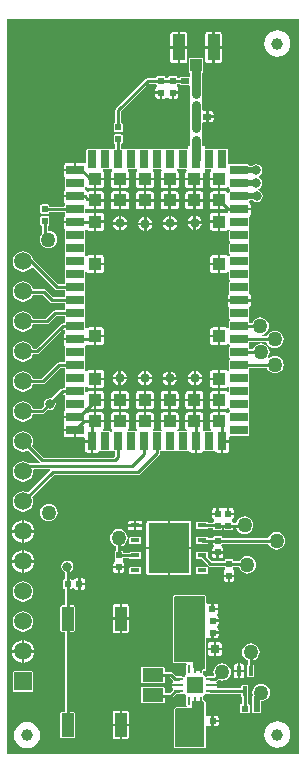
<source format=gtl>
G04 Layer_Physical_Order=1*
G04 Layer_Color=255*
%FSLAX44Y44*%
%MOMM*%
G71*
G01*
G75*
%ADD10C,1.0000*%
%ADD11R,1.0000X1.0500*%
%ADD12R,1.0500X2.2000*%
%ADD13R,0.6000X0.5500*%
%ADD14R,0.5000X0.6000*%
%ADD15R,0.8000X0.4000*%
%ADD16R,3.4000X4.2000*%
%ADD17R,1.0000X2.0000*%
%ADD18R,0.7500X0.8000*%
%ADD19R,0.6000X0.5000*%
%ADD20O,0.8000X0.2500*%
%ADD21O,0.2500X0.8000*%
%ADD22R,1.4800X1.4800*%
%ADD23R,1.8200X1.1900*%
%ADD24R,0.4000X0.8500*%
%ADD25R,0.5500X0.6000*%
%ADD26R,0.6500X0.5000*%
%ADD27R,1.5000X0.8000*%
%ADD28R,0.8000X1.5000*%
%ADD29R,1.1000X1.1000*%
%ADD30C,0.8000*%
%ADD31C,0.2540*%
%ADD32C,0.5000*%
%ADD33C,1.5000*%
%ADD34R,1.5000X1.5000*%
%ADD35C,0.8000*%
%ADD36C,1.2700*%
%ADD37C,0.5000*%
G36*
X248376Y1624D02*
X1624D01*
Y623876D01*
X248376D01*
Y1624D01*
D02*
G37*
%LPC*%
G36*
X36750Y213163D02*
X34831Y212911D01*
X33043Y212170D01*
X31508Y210992D01*
X30330Y209457D01*
X29589Y207669D01*
X29337Y205750D01*
X29589Y203831D01*
X30330Y202043D01*
X31508Y200508D01*
X33043Y199330D01*
X34831Y198589D01*
X36750Y198337D01*
X38669Y198589D01*
X40457Y199330D01*
X41992Y200508D01*
X43170Y202043D01*
X43911Y203831D01*
X44163Y205750D01*
X43911Y207669D01*
X43170Y209457D01*
X41992Y210992D01*
X40457Y212170D01*
X38669Y212911D01*
X36750Y213163D01*
D02*
G37*
G36*
X178750Y209789D02*
X177250D01*
X176470Y209634D01*
X175808Y209192D01*
X175366Y208530D01*
X175211Y207750D01*
Y205750D01*
X178750D01*
Y209789D01*
D02*
G37*
G36*
X191250D02*
X189750D01*
Y205750D01*
X193289D01*
Y207750D01*
X193134Y208530D01*
X192692Y209192D01*
X192030Y209634D01*
X191250Y209789D01*
D02*
G37*
G36*
X116039Y193800D02*
X111000D01*
Y190761D01*
X114000D01*
X114780Y190916D01*
X115442Y191358D01*
X115884Y192020D01*
X116039Y192800D01*
Y193800D01*
D02*
G37*
G36*
X109000Y198839D02*
X106000D01*
X105220Y198684D01*
X104558Y198242D01*
X104116Y197580D01*
X103961Y196800D01*
Y195800D01*
X109000D01*
Y198839D01*
D02*
G37*
G36*
X114000D02*
X111000D01*
Y195800D01*
X116039D01*
Y196800D01*
X115884Y197580D01*
X115442Y198242D01*
X114780Y198684D01*
X114000Y198839D01*
D02*
G37*
G36*
X58040Y274520D02*
X49501D01*
Y271520D01*
X49656Y270740D01*
X50098Y270078D01*
X50760Y269636D01*
X51540Y269481D01*
X58040D01*
Y274520D01*
D02*
G37*
G36*
X96040Y290559D02*
X91540D01*
X90760Y290404D01*
X90098Y289962D01*
X89656Y289300D01*
X89501Y288520D01*
Y284020D01*
X96040D01*
Y290559D01*
D02*
G37*
G36*
X159040D02*
X154540D01*
X153760Y290404D01*
X153098Y289962D01*
X152656Y289300D01*
X152501Y288520D01*
Y284020D01*
X159040D01*
Y290559D01*
D02*
G37*
G36*
X187750Y209789D02*
X186250D01*
X185470Y209634D01*
X184808Y209192D01*
X183692D01*
X183030Y209634D01*
X182250Y209789D01*
X180750D01*
Y204750D01*
X179750D01*
Y203750D01*
X175211D01*
Y201750D01*
X175366Y200970D01*
X175808Y200308D01*
X176470Y199866D01*
X176571Y198551D01*
X176485Y198515D01*
X176168Y197750D01*
Y197115D01*
X171452D01*
X171265Y197565D01*
X170500Y197882D01*
X162500D01*
X161735Y197565D01*
X161418Y196800D01*
Y192800D01*
X161735Y192035D01*
X162500Y191718D01*
X170500D01*
X171265Y192035D01*
X171452Y192486D01*
X176168D01*
Y191750D01*
X176485Y190985D01*
X177250Y190668D01*
X182250D01*
X183015Y190985D01*
X183332Y191750D01*
Y192435D01*
X185168D01*
Y191750D01*
X185485Y190985D01*
X186250Y190668D01*
X191250D01*
X192015Y190985D01*
X192332Y191750D01*
Y192435D01*
X195607D01*
X196080Y191293D01*
X197258Y189758D01*
X198793Y188580D01*
X200581Y187839D01*
X202500Y187587D01*
X204419Y187839D01*
X206207Y188580D01*
X207742Y189758D01*
X208920Y191293D01*
X209661Y193081D01*
X209913Y195000D01*
X209661Y196919D01*
X208920Y198707D01*
X207742Y200242D01*
X206207Y201420D01*
X204419Y202161D01*
X202500Y202413D01*
X200581Y202161D01*
X198793Y201420D01*
X197258Y200242D01*
X196080Y198707D01*
X195399Y197064D01*
X192332D01*
Y197750D01*
X192015Y198515D01*
X191929Y198551D01*
X192030Y199866D01*
X192692Y200308D01*
X193134Y200970D01*
X193289Y201750D01*
Y203750D01*
X188750D01*
Y204750D01*
X187750D01*
Y209789D01*
D02*
G37*
G36*
X72540Y265020D02*
X67501D01*
Y258520D01*
X67656Y257740D01*
X68098Y257078D01*
X68760Y256636D01*
X69540Y256481D01*
X72540D01*
Y265020D01*
D02*
G37*
G36*
X189579Y265020D02*
X184540D01*
Y256481D01*
X187540D01*
X188320Y256636D01*
X188982Y257078D01*
X189424Y257740D01*
X189579Y258520D01*
Y265020D01*
D02*
G37*
G36*
X137500Y198789D02*
X121500D01*
X120720Y198634D01*
X120058Y198192D01*
X119616Y197530D01*
X119461Y196750D01*
Y176750D01*
X137500D01*
Y198789D01*
D02*
G37*
G36*
X155500D02*
X139500D01*
Y176750D01*
X157539D01*
Y196750D01*
X157384Y197530D01*
X156942Y198192D01*
X156280Y198634D01*
X155500Y198789D01*
D02*
G37*
G36*
X114000Y185182D02*
X106000D01*
X105235Y184865D01*
X104918Y184100D01*
Y180100D01*
X105235Y179335D01*
X106000Y179018D01*
X114000D01*
X114765Y179335D01*
X115082Y180100D01*
Y184100D01*
X114765Y184865D01*
X114000Y185182D01*
D02*
G37*
G36*
X96000Y191663D02*
X94081Y191411D01*
X92293Y190670D01*
X90758Y189492D01*
X89580Y187957D01*
X88839Y186169D01*
X88587Y184250D01*
X88839Y182331D01*
X89580Y180543D01*
X90758Y179008D01*
X92293Y177830D01*
X93686Y177253D01*
Y173582D01*
X93500D01*
X92735Y173265D01*
X92418Y172500D01*
Y166500D01*
X92735Y165735D01*
X92821Y165699D01*
X92720Y164384D01*
X92058Y163942D01*
X91616Y163280D01*
X91461Y162500D01*
Y160500D01*
X96000D01*
X100539D01*
Y162500D01*
X100384Y163280D01*
X99942Y163942D01*
X99280Y164384D01*
X99179Y165699D01*
X99265Y165735D01*
X99582Y166500D01*
Y167085D01*
X105048D01*
X105235Y166635D01*
X106000Y166318D01*
X114000D01*
X114765Y166635D01*
X115082Y167400D01*
Y171400D01*
X114765Y172165D01*
X114000Y172482D01*
X106000D01*
X105235Y172165D01*
X105048Y171714D01*
X99582D01*
Y172500D01*
X99265Y173265D01*
X98500Y173582D01*
X98315D01*
Y177253D01*
X99707Y177830D01*
X101242Y179008D01*
X102420Y180543D01*
X103161Y182331D01*
X103413Y184250D01*
X103161Y186169D01*
X102420Y187957D01*
X101242Y189492D01*
X99707Y190670D01*
X97919Y191411D01*
X96000Y191663D01*
D02*
G37*
G36*
X178750Y171000D02*
X175211D01*
Y169000D01*
X175366Y168220D01*
X175808Y167558D01*
X176470Y167116D01*
X177250Y166961D01*
X178750D01*
Y171000D01*
D02*
G37*
G36*
X184289D02*
X180750D01*
Y166961D01*
X182250D01*
X183030Y167116D01*
X183692Y167558D01*
X184134Y168220D01*
X184289Y169000D01*
Y171000D01*
D02*
G37*
G36*
X14000Y199150D02*
X12520Y198955D01*
X10209Y197998D01*
X8224Y196476D01*
X6702Y194491D01*
X5745Y192180D01*
X5550Y190700D01*
X14000D01*
Y199150D01*
D02*
G37*
G36*
X16000D02*
Y190700D01*
X24450D01*
X24255Y192180D01*
X23298Y194491D01*
X21775Y196476D01*
X19791Y197998D01*
X17480Y198955D01*
X16000Y199150D01*
D02*
G37*
G36*
X109000Y193800D02*
X103961D01*
Y192800D01*
X104116Y192020D01*
X104558Y191358D01*
X105220Y190916D01*
X106000Y190761D01*
X109000D01*
Y193800D01*
D02*
G37*
G36*
X24450Y188700D02*
X16000D01*
Y180250D01*
X17480Y180445D01*
X19791Y181402D01*
X21775Y182925D01*
X23298Y184909D01*
X24255Y187220D01*
X24450Y188700D01*
D02*
G37*
G36*
X14000D02*
X5550D01*
X5745Y187220D01*
X6702Y184909D01*
X8224Y182925D01*
X10209Y181402D01*
X12520Y180445D01*
X14000Y180250D01*
Y188700D01*
D02*
G37*
G36*
X229750Y189163D02*
X227831Y188911D01*
X226043Y188170D01*
X224508Y186992D01*
X223330Y185457D01*
X222753Y184065D01*
X183332D01*
Y185000D01*
X183015Y185765D01*
X182250Y186082D01*
X177250D01*
X176485Y185765D01*
X176168Y185000D01*
Y184314D01*
X171494D01*
X171265Y184865D01*
X170500Y185182D01*
X162500D01*
X161735Y184865D01*
X161418Y184100D01*
Y180100D01*
X161735Y179335D01*
X162500Y179018D01*
X170500D01*
X171265Y179335D01*
X171411Y179685D01*
X176168D01*
Y179000D01*
X176485Y178235D01*
X176571Y178199D01*
X176470Y176884D01*
X175808Y176442D01*
X175366Y175780D01*
X175211Y175000D01*
Y173000D01*
X179750D01*
X184289D01*
Y175000D01*
X184134Y175780D01*
X183692Y176442D01*
X183030Y176884D01*
X182929Y178199D01*
X183015Y178235D01*
X183332Y179000D01*
Y179436D01*
X222753D01*
X223330Y178043D01*
X224508Y176508D01*
X226043Y175330D01*
X227831Y174589D01*
X229750Y174337D01*
X231669Y174589D01*
X233457Y175330D01*
X234992Y176508D01*
X236170Y178043D01*
X236911Y179831D01*
X237163Y181750D01*
X236911Y183669D01*
X236170Y185457D01*
X234992Y186992D01*
X233457Y188170D01*
X231669Y188911D01*
X229750Y189163D01*
D02*
G37*
G36*
X159040Y300020D02*
X152501D01*
Y295520D01*
X152656Y294740D01*
X153098Y294078D01*
X153760Y293636D01*
X154540Y293481D01*
X159040D01*
Y300020D01*
D02*
G37*
G36*
X167579D02*
X161040D01*
Y293481D01*
X165540D01*
X166320Y293636D01*
X166982Y294078D01*
X167424Y294740D01*
X167579Y295520D01*
Y300020D01*
D02*
G37*
G36*
X180040D02*
X173501D01*
Y295520D01*
X173656Y294740D01*
X174098Y294078D01*
X174760Y293636D01*
X175540Y293481D01*
X180040D01*
Y300020D01*
D02*
G37*
G36*
X125579Y300020D02*
X119040D01*
Y293481D01*
X123540D01*
X124320Y293636D01*
X124982Y294078D01*
X125424Y294740D01*
X125579Y295520D01*
Y300020D01*
D02*
G37*
G36*
X138040D02*
X131501D01*
Y295520D01*
X131656Y294740D01*
X132098Y294078D01*
X132760Y293636D01*
X133540Y293481D01*
X138040D01*
Y300020D01*
D02*
G37*
G36*
X146579D02*
X140040D01*
Y293481D01*
X144540D01*
X145320Y293636D01*
X145982Y294078D01*
X146424Y294740D01*
X146579Y295520D01*
Y300020D01*
D02*
G37*
G36*
X81540Y308559D02*
X77040D01*
Y302020D01*
X83579D01*
Y306520D01*
X83424Y307300D01*
X82982Y307962D01*
X82320Y308404D01*
X81540Y308559D01*
D02*
G37*
G36*
X102540D02*
X98040D01*
Y302020D01*
X104579D01*
Y306520D01*
X104424Y307300D01*
X103982Y307962D01*
X103320Y308404D01*
X102540Y308559D01*
D02*
G37*
G36*
X165540D02*
X161040D01*
Y302020D01*
X167579D01*
Y306520D01*
X167424Y307300D01*
X166982Y307962D01*
X166320Y308404D01*
X165540Y308559D01*
D02*
G37*
G36*
X96040D02*
X91540D01*
X90760Y308404D01*
X90098Y307962D01*
X89656Y307300D01*
X89501Y306520D01*
Y302020D01*
X96040D01*
Y308559D01*
D02*
G37*
G36*
X159040D02*
X154540D01*
X153760Y308404D01*
X153098Y307962D01*
X152656Y307300D01*
X152501Y306520D01*
Y302020D01*
X159040D01*
Y308559D01*
D02*
G37*
G36*
X180040D02*
X175540D01*
X174760Y308404D01*
X174098Y307962D01*
X173656Y307300D01*
X173501Y306520D01*
Y302020D01*
X180040D01*
Y308559D01*
D02*
G37*
G36*
X165540Y290559D02*
X161040D01*
Y284020D01*
X167579D01*
Y288520D01*
X167424Y289300D01*
X166982Y289962D01*
X166320Y290404D01*
X165540Y290559D01*
D02*
G37*
G36*
X117040D02*
X112540D01*
X111760Y290404D01*
X111098Y289962D01*
X110656Y289300D01*
X110501Y288520D01*
Y284020D01*
X117040D01*
Y290559D01*
D02*
G37*
G36*
X138040D02*
X133540D01*
X132760Y290404D01*
X132098Y289962D01*
X131656Y289300D01*
X131501Y288520D01*
Y284020D01*
X138040D01*
Y290559D01*
D02*
G37*
G36*
X180040D02*
X175540D01*
X174760Y290404D01*
X174098Y289962D01*
X173656Y289300D01*
X173501Y288520D01*
Y284020D01*
X180040D01*
Y290559D01*
D02*
G37*
G36*
X81540D02*
X77040D01*
Y284020D01*
X83579D01*
Y288520D01*
X83424Y289300D01*
X82982Y289962D01*
X82320Y290404D01*
X81540Y290559D01*
D02*
G37*
G36*
X102540D02*
X98040D01*
Y284020D01*
X104579D01*
Y288520D01*
X104424Y289300D01*
X103982Y289962D01*
X103320Y290404D01*
X102540Y290559D01*
D02*
G37*
G36*
X96040Y300020D02*
X89501D01*
Y295520D01*
X89656Y294740D01*
X90098Y294078D01*
X90760Y293636D01*
X91540Y293481D01*
X96040D01*
Y300020D01*
D02*
G37*
G36*
X104579D02*
X98040D01*
Y293481D01*
X102540D01*
X103320Y293636D01*
X103982Y294078D01*
X104424Y294740D01*
X104579Y295520D01*
Y300020D01*
D02*
G37*
G36*
X117040Y300020D02*
X110501D01*
Y295520D01*
X110656Y294740D01*
X111098Y294078D01*
X111760Y293636D01*
X112540Y293481D01*
X117040D01*
Y300020D01*
D02*
G37*
G36*
X123540Y290559D02*
X119040D01*
Y284020D01*
X125579D01*
Y288520D01*
X125424Y289300D01*
X124982Y289962D01*
X124320Y290404D01*
X123540Y290559D01*
D02*
G37*
G36*
X144540D02*
X140040D01*
Y284020D01*
X146579D01*
Y288520D01*
X146424Y289300D01*
X145982Y289962D01*
X145320Y290404D01*
X144540Y290559D01*
D02*
G37*
G36*
X83579Y300020D02*
X77040D01*
Y293481D01*
X81540D01*
X82320Y293636D01*
X82982Y294078D01*
X83424Y294740D01*
X83579Y295520D01*
Y300020D01*
D02*
G37*
G36*
X24450Y87100D02*
X16000D01*
Y78650D01*
X17480Y78844D01*
X19791Y79802D01*
X21775Y81325D01*
X23298Y83309D01*
X24255Y85620D01*
X24450Y87100D01*
D02*
G37*
G36*
X14000D02*
X5550D01*
X5745Y85620D01*
X6702Y83309D01*
X8224Y81325D01*
X10209Y79802D01*
X12520Y78844D01*
X14000Y78650D01*
Y87100D01*
D02*
G37*
G36*
X176240Y89150D02*
X171451D01*
Y86150D01*
X171606Y85370D01*
X172048Y84708D01*
X172710Y84266D01*
X173490Y84111D01*
X176240D01*
Y89150D01*
D02*
G37*
G36*
X207750Y94913D02*
X205831Y94661D01*
X204043Y93920D01*
X202508Y92742D01*
X201330Y91207D01*
X200589Y89419D01*
X200337Y87500D01*
X200589Y85581D01*
X201330Y83793D01*
X202508Y82258D01*
X204043Y81080D01*
X205436Y80503D01*
Y76952D01*
X204985Y76765D01*
X204668Y76000D01*
Y67500D01*
X204985Y66735D01*
X205750Y66417D01*
X209750D01*
X210515Y66735D01*
X210832Y67500D01*
Y76000D01*
X210515Y76765D01*
X210065Y76952D01*
Y80503D01*
X211457Y81080D01*
X212992Y82258D01*
X214170Y83793D01*
X214911Y85581D01*
X215163Y87500D01*
X214911Y89419D01*
X214170Y91207D01*
X212992Y92742D01*
X211457Y93920D01*
X209669Y94661D01*
X207750Y94913D01*
D02*
G37*
G36*
X196750Y78039D02*
X195750D01*
X194970Y77884D01*
X194308Y77442D01*
X193866Y76780D01*
X193711Y76000D01*
Y72750D01*
X196750D01*
Y78039D01*
D02*
G37*
G36*
X199750D02*
X198750D01*
Y72750D01*
X201789D01*
Y76000D01*
X201634Y76780D01*
X201192Y77442D01*
X200530Y77884D01*
X199750Y78039D01*
D02*
G37*
G36*
X176240Y96189D02*
X173490D01*
X172710Y96034D01*
X172048Y95592D01*
X171606Y94930D01*
X171451Y94150D01*
Y91150D01*
X176240D01*
Y96189D01*
D02*
G37*
G36*
X180990D02*
X178240D01*
Y91150D01*
X183029D01*
Y94150D01*
X182874Y94930D01*
X182432Y95592D01*
X181770Y96034D01*
X180990Y96189D01*
D02*
G37*
G36*
X180529Y103120D02*
X176490D01*
Y99581D01*
X178490D01*
X179270Y99736D01*
X179932Y100178D01*
X180374Y100840D01*
X180529Y101620D01*
Y103120D01*
D02*
G37*
G36*
X183029Y89150D02*
X178240D01*
Y84111D01*
X180990D01*
X181770Y84266D01*
X182432Y84708D01*
X182874Y85370D01*
X183029Y86150D01*
Y89150D01*
D02*
G37*
G36*
X14000Y97550D02*
X12520Y97355D01*
X10209Y96398D01*
X8224Y94875D01*
X6702Y92891D01*
X5745Y90580D01*
X5550Y89100D01*
X14000D01*
Y97550D01*
D02*
G37*
G36*
X16000D02*
Y89100D01*
X24450D01*
X24255Y90580D01*
X23298Y92891D01*
X21775Y94875D01*
X19791Y96398D01*
X17480Y97355D01*
X16000Y97550D01*
D02*
G37*
G36*
X104789Y25000D02*
X98750D01*
Y13961D01*
X102750D01*
X103530Y14116D01*
X104192Y14558D01*
X104634Y15220D01*
X104789Y16000D01*
Y25000D01*
D02*
G37*
G36*
X180529Y28190D02*
X176490D01*
Y24651D01*
X178490D01*
X179270Y24806D01*
X179932Y25248D01*
X180374Y25910D01*
X180529Y26690D01*
Y28190D01*
D02*
G37*
G36*
X96750Y38039D02*
X92750D01*
X91970Y37884D01*
X91308Y37442D01*
X90866Y36780D01*
X90711Y36000D01*
Y27000D01*
X96750D01*
Y38039D01*
D02*
G37*
G36*
X18250Y28395D02*
X15365Y28016D01*
X12677Y26902D01*
X10369Y25131D01*
X8598Y22823D01*
X7484Y20135D01*
X7105Y17250D01*
X7484Y14365D01*
X8598Y11677D01*
X10369Y9369D01*
X12677Y7598D01*
X15365Y6484D01*
X18250Y6105D01*
X21135Y6484D01*
X23823Y7598D01*
X26131Y9369D01*
X27902Y11677D01*
X29016Y14365D01*
X29395Y17250D01*
X29016Y20135D01*
X27902Y22823D01*
X26131Y25131D01*
X23823Y26902D01*
X21135Y28016D01*
X18250Y28395D01*
D02*
G37*
G36*
X230250Y28895D02*
X227365Y28516D01*
X224677Y27402D01*
X222369Y25631D01*
X220598Y23323D01*
X219484Y20635D01*
X219105Y17750D01*
X219484Y14865D01*
X220598Y12177D01*
X222369Y9869D01*
X224677Y8098D01*
X227365Y6984D01*
X230250Y6605D01*
X233135Y6984D01*
X235823Y8098D01*
X238131Y9869D01*
X239902Y12177D01*
X241016Y14865D01*
X241395Y17750D01*
X241016Y20635D01*
X239902Y23323D01*
X238131Y25631D01*
X235823Y27402D01*
X233135Y28516D01*
X230250Y28895D01*
D02*
G37*
G36*
X96750Y25000D02*
X90711D01*
Y16000D01*
X90866Y15220D01*
X91308Y14558D01*
X91970Y14116D01*
X92750Y13961D01*
X96750D01*
Y25000D01*
D02*
G37*
G36*
X22500Y71282D02*
X7500D01*
X6735Y70965D01*
X6418Y70200D01*
Y55200D01*
X6735Y54435D01*
X7500Y54118D01*
X22500D01*
X23265Y54435D01*
X23582Y55200D01*
Y70200D01*
X23265Y70965D01*
X22500Y71282D01*
D02*
G37*
G36*
X196750Y70750D02*
X193711D01*
Y67500D01*
X193866Y66720D01*
X194308Y66058D01*
X194970Y65616D01*
X195750Y65461D01*
X196750D01*
Y70750D01*
D02*
G37*
G36*
X201789D02*
X198750D01*
Y65461D01*
X199750D01*
X200530Y65616D01*
X201192Y66058D01*
X201634Y66720D01*
X201789Y67500D01*
Y70750D01*
D02*
G37*
G36*
X102750Y38039D02*
X98750D01*
Y27000D01*
X104789D01*
Y36000D01*
X104634Y36780D01*
X104192Y37442D01*
X103530Y37884D01*
X102750Y38039D01*
D02*
G37*
G36*
X178490Y33729D02*
X176490D01*
Y30190D01*
X180529D01*
Y31690D01*
X180374Y32470D01*
X179932Y33132D01*
X179270Y33574D01*
X178490Y33729D01*
D02*
G37*
G36*
X216500Y60663D02*
X214581Y60411D01*
X212793Y59670D01*
X211258Y58492D01*
X210080Y56957D01*
X209339Y55169D01*
X209087Y53250D01*
X209339Y51331D01*
X209502Y50939D01*
X209453Y50866D01*
X209181Y49500D01*
Y43347D01*
X208985Y43265D01*
X208668Y42500D01*
Y37000D01*
X208985Y36235D01*
X209750Y35918D01*
X215750D01*
X216515Y36235D01*
X216832Y37000D01*
Y42500D01*
X216515Y43265D01*
X216319Y43347D01*
Y45677D01*
X216500Y45837D01*
X218419Y46089D01*
X220207Y46830D01*
X221742Y48008D01*
X222920Y49543D01*
X223661Y51331D01*
X223913Y53250D01*
X223661Y55169D01*
X222920Y56957D01*
X221742Y58492D01*
X220207Y59670D01*
X218419Y60411D01*
X216500Y60663D01*
D02*
G37*
G36*
X114000Y159782D02*
X106000D01*
X105235Y159465D01*
X104918Y158700D01*
Y154700D01*
X105235Y153935D01*
X106000Y153618D01*
X114000D01*
X114765Y153935D01*
X115082Y154700D01*
Y158700D01*
X114765Y159465D01*
X114000Y159782D01*
D02*
G37*
G36*
X170500D02*
X162500D01*
X161735Y159465D01*
X161418Y158700D01*
Y154700D01*
X161735Y153935D01*
X162500Y153618D01*
X170500D01*
X171265Y153935D01*
X171582Y154700D01*
Y158700D01*
X171265Y159465D01*
X170500Y159782D01*
D02*
G37*
G36*
X170500Y172482D02*
X162500D01*
X161735Y172165D01*
X161418Y171400D01*
Y167400D01*
X161735Y166635D01*
X162500Y166318D01*
X166309D01*
X172013Y160613D01*
X172764Y160112D01*
X173650Y159936D01*
X185668D01*
Y159250D01*
X185985Y158485D01*
X186071Y158449D01*
X185970Y157134D01*
X185308Y156692D01*
X184866Y156030D01*
X184711Y155250D01*
Y153250D01*
X189250D01*
X193789D01*
Y155250D01*
X193634Y156030D01*
X193192Y156692D01*
X192530Y157134D01*
X192429Y158449D01*
X192515Y158485D01*
X192832Y159250D01*
Y159936D01*
X197543D01*
X197589Y159581D01*
X198330Y157793D01*
X199508Y156258D01*
X201043Y155080D01*
X202831Y154339D01*
X204750Y154087D01*
X206669Y154339D01*
X208457Y155080D01*
X209992Y156258D01*
X211170Y157793D01*
X211911Y159581D01*
X212163Y161500D01*
X211911Y163419D01*
X211170Y165207D01*
X209992Y166742D01*
X208457Y167920D01*
X206669Y168661D01*
X204750Y168913D01*
X202831Y168661D01*
X201043Y167920D01*
X199508Y166742D01*
X198330Y165207D01*
X198064Y164564D01*
X192832D01*
Y165250D01*
X192515Y166015D01*
X191750Y166332D01*
X186750D01*
X185985Y166015D01*
X185668Y165250D01*
Y164564D01*
X174609D01*
X171582Y167591D01*
Y171400D01*
X171265Y172165D01*
X170500Y172482D01*
D02*
G37*
G36*
X193789Y151250D02*
X190250D01*
Y147211D01*
X191750D01*
X192530Y147366D01*
X193192Y147808D01*
X193634Y148470D01*
X193789Y149250D01*
Y151250D01*
D02*
G37*
G36*
X137500Y174750D02*
X119461D01*
Y154750D01*
X119616Y153970D01*
X120058Y153308D01*
X120720Y152866D01*
X121500Y152711D01*
X137500D01*
Y174750D01*
D02*
G37*
G36*
X157539D02*
X139500D01*
Y152711D01*
X155500D01*
X156280Y152866D01*
X156942Y153308D01*
X157384Y153970D01*
X157539Y154750D01*
Y174750D01*
D02*
G37*
G36*
X14000Y163300D02*
X5550D01*
X5745Y161820D01*
X6702Y159509D01*
X8224Y157525D01*
X10209Y156002D01*
X12520Y155044D01*
X14000Y154850D01*
Y163300D01*
D02*
G37*
G36*
Y173750D02*
X12520Y173556D01*
X10209Y172598D01*
X8224Y171075D01*
X6702Y169091D01*
X5745Y166780D01*
X5550Y165300D01*
X14000D01*
Y173750D01*
D02*
G37*
G36*
X16000D02*
Y165300D01*
X24450D01*
X24255Y166780D01*
X23298Y169091D01*
X21775Y171075D01*
X19791Y172598D01*
X17480Y173556D01*
X16000Y173750D01*
D02*
G37*
G36*
X95000Y158500D02*
X91461D01*
Y156500D01*
X91616Y155720D01*
X92058Y155058D01*
X92720Y154616D01*
X93500Y154461D01*
X95000D01*
Y158500D01*
D02*
G37*
G36*
X100539D02*
X97000D01*
Y154461D01*
X98500D01*
X99280Y154616D01*
X99942Y155058D01*
X100384Y155720D01*
X100539Y156500D01*
Y158500D01*
D02*
G37*
G36*
X24450Y163300D02*
X16000D01*
Y154850D01*
X17480Y155044D01*
X19791Y156002D01*
X21775Y157525D01*
X23298Y159509D01*
X24255Y161820D01*
X24450Y163300D01*
D02*
G37*
G36*
X96750Y128039D02*
X92750D01*
X91970Y127884D01*
X91308Y127442D01*
X90866Y126780D01*
X90711Y126000D01*
Y117000D01*
X96750D01*
Y128039D01*
D02*
G37*
G36*
X102750D02*
X98750D01*
Y117000D01*
X104789D01*
Y126000D01*
X104634Y126780D01*
X104192Y127442D01*
X103530Y127884D01*
X102750Y128039D01*
D02*
G37*
G36*
X178250Y128539D02*
X176250D01*
Y125000D01*
X180289D01*
Y126500D01*
X180134Y127280D01*
X179692Y127942D01*
X179030Y128384D01*
X178250Y128539D01*
D02*
G37*
G36*
X96750Y115000D02*
X90711D01*
Y106000D01*
X90866Y105220D01*
X91308Y104558D01*
X91970Y104116D01*
X92750Y103961D01*
X96750D01*
Y115000D01*
D02*
G37*
G36*
X104789D02*
X98750D01*
Y103961D01*
X102750D01*
X103530Y104116D01*
X104192Y104558D01*
X104634Y105220D01*
X104789Y106000D01*
Y115000D01*
D02*
G37*
G36*
X15000Y122073D02*
X12781Y121781D01*
X10713Y120925D01*
X8938Y119562D01*
X7575Y117787D01*
X6719Y115719D01*
X6427Y113500D01*
X6719Y111281D01*
X7575Y109213D01*
X8938Y107438D01*
X10713Y106075D01*
X12781Y105219D01*
X15000Y104927D01*
X17219Y105219D01*
X19287Y106075D01*
X21062Y107438D01*
X22425Y109213D01*
X23281Y111281D01*
X23573Y113500D01*
X23281Y115719D01*
X22425Y117787D01*
X21062Y119562D01*
X19287Y120925D01*
X17219Y121781D01*
X15000Y122073D01*
D02*
G37*
G36*
X67789Y144250D02*
X63750D01*
Y140461D01*
X65750D01*
X66530Y140616D01*
X67192Y141058D01*
X67634Y141720D01*
X67789Y142500D01*
Y144250D01*
D02*
G37*
G36*
X65750Y150039D02*
X63750D01*
Y146250D01*
X67789D01*
Y148000D01*
X67634Y148780D01*
X67192Y149442D01*
X66530Y149884D01*
X65750Y150039D01*
D02*
G37*
G36*
X188250Y151250D02*
X184711D01*
Y149250D01*
X184866Y148470D01*
X185308Y147808D01*
X185970Y147366D01*
X186750Y147211D01*
X188250D01*
Y151250D01*
D02*
G37*
G36*
X15000Y147473D02*
X12781Y147181D01*
X10713Y146325D01*
X8938Y144962D01*
X7575Y143187D01*
X6719Y141119D01*
X6427Y138900D01*
X6719Y136681D01*
X7575Y134613D01*
X8938Y132838D01*
X10713Y131475D01*
X12781Y130619D01*
X15000Y130327D01*
X17219Y130619D01*
X19287Y131475D01*
X21062Y132838D01*
X22425Y134613D01*
X23281Y136681D01*
X23573Y138900D01*
X23281Y141119D01*
X22425Y143187D01*
X21062Y144962D01*
X19287Y146325D01*
X17219Y147181D01*
X15000Y147473D01*
D02*
G37*
G36*
X143904Y135874D02*
X143903Y135874D01*
X143902Y135874D01*
X143526Y135719D01*
X143138Y135560D01*
X143137Y135559D01*
X143136Y135559D01*
X142236Y134663D01*
X142236Y134662D01*
X142235Y134661D01*
X142075Y134276D01*
X141917Y133898D01*
X141918Y133897D01*
X141917Y133896D01*
X141918Y79250D01*
X142235Y78485D01*
X143000Y78168D01*
X152882Y78168D01*
X152926Y78121D01*
X153444Y76898D01*
X153211Y76548D01*
X153036Y75670D01*
Y70170D01*
X153185Y69422D01*
X153125Y69124D01*
X152550Y67995D01*
X152165Y67835D01*
X152005Y67450D01*
X150876Y66875D01*
X150578Y66815D01*
X149830Y66964D01*
X147183D01*
X147080Y66985D01*
X144859D01*
X141647Y70197D01*
X140896Y70698D01*
X140010Y70875D01*
X134952D01*
Y74170D01*
X134635Y74935D01*
X133870Y75252D01*
X115670D01*
X114905Y74935D01*
X114588Y74170D01*
Y62270D01*
X114905Y61505D01*
X115670Y61188D01*
X133870D01*
X134635Y61505D01*
X134952Y62270D01*
Y66245D01*
X139051D01*
X141849Y63448D01*
X141987Y62013D01*
X141269Y60938D01*
X141215Y60670D01*
X147080D01*
Y58670D01*
X141215D01*
X141269Y58402D01*
X141987Y57327D01*
X141849Y55892D01*
X139051Y53095D01*
X134952D01*
Y57070D01*
X134635Y57835D01*
X133870Y58152D01*
X115670D01*
X114905Y57835D01*
X114588Y57070D01*
Y45170D01*
X114905Y44405D01*
X115670Y44088D01*
X133870D01*
X134635Y44405D01*
X134952Y45170D01*
Y48465D01*
X140010D01*
X140896Y48642D01*
X141647Y49143D01*
X144859Y52355D01*
X147080D01*
X147183Y52376D01*
X149830D01*
X150578Y52525D01*
X150876Y52465D01*
X152005Y51890D01*
X152165Y51505D01*
X152550Y51345D01*
X153125Y50216D01*
X153185Y49918D01*
X153036Y49170D01*
Y43670D01*
X153211Y42792D01*
X153504Y42352D01*
X153125Y41314D01*
X152942Y41082D01*
X144813Y41082D01*
X144813Y41083D01*
X144047Y40765D01*
X144047Y40765D01*
X142985Y39702D01*
X142668Y38937D01*
Y7500D01*
X142985Y6735D01*
X143750Y6418D01*
X168389D01*
X169154Y6735D01*
X169471Y7500D01*
Y25496D01*
X169844Y25632D01*
X170741Y25707D01*
X171048Y25248D01*
X171710Y24806D01*
X172490Y24651D01*
X174490D01*
Y29190D01*
Y33729D01*
X172490D01*
X171710Y33574D01*
X171048Y33132D01*
X170741Y32673D01*
X169844Y32748D01*
X169471Y32884D01*
Y45522D01*
X169471Y45522D01*
X169154Y46287D01*
X168256Y47185D01*
X167624Y47447D01*
Y49170D01*
X167475Y49918D01*
X167535Y50216D01*
X168110Y51345D01*
X168495Y51505D01*
X168655Y51890D01*
X169784Y52465D01*
X170082Y52525D01*
X170830Y52376D01*
X173477D01*
X173580Y52355D01*
X199668D01*
Y50500D01*
X199985Y49735D01*
X200436Y49548D01*
Y43582D01*
X199750D01*
X198985Y43265D01*
X198668Y42500D01*
Y37000D01*
X198985Y36235D01*
X199750Y35918D01*
X205750D01*
X206515Y36235D01*
X206832Y37000D01*
Y42500D01*
X206515Y43265D01*
X205750Y43582D01*
X205065D01*
Y49548D01*
X205515Y49735D01*
X205832Y50500D01*
Y59000D01*
X205515Y59765D01*
X204750Y60082D01*
X200750D01*
X199985Y59765D01*
X199668Y59000D01*
Y56985D01*
X179972D01*
X179293Y58254D01*
X179391Y58402D01*
X179445Y58670D01*
X173580D01*
Y60670D01*
X179445D01*
X179391Y60938D01*
X178673Y62013D01*
X179207Y63184D01*
X180189Y64166D01*
X181581Y63589D01*
X183500Y63337D01*
X185419Y63589D01*
X187207Y64330D01*
X188742Y65508D01*
X189920Y67043D01*
X190661Y68831D01*
X190913Y70750D01*
X190661Y72669D01*
X189920Y74457D01*
X188742Y75992D01*
X187207Y77170D01*
X185419Y77911D01*
X183500Y78163D01*
X181581Y77911D01*
X179793Y77170D01*
X178258Y75992D01*
X177080Y74457D01*
X176339Y72669D01*
X176087Y70750D01*
X176339Y68831D01*
X176602Y68196D01*
X175730Y66985D01*
X173580D01*
X173477Y66964D01*
X170830D01*
X170082Y66815D01*
X169784Y66875D01*
X168655Y67450D01*
X168495Y67835D01*
X168110Y67995D01*
X167535Y69124D01*
X167475Y69422D01*
X167624Y70170D01*
Y71838D01*
X169000D01*
X169765Y72155D01*
X170082Y72920D01*
Y99412D01*
X170314Y99596D01*
X171352Y99975D01*
X171710Y99736D01*
X172490Y99581D01*
X174490D01*
Y104120D01*
X175490D01*
Y105120D01*
X180529D01*
Y106620D01*
X180374Y107400D01*
X179932Y108062D01*
X179270Y108504D01*
X179026Y108553D01*
Y109847D01*
X179270Y109896D01*
X179932Y110338D01*
X180374Y111000D01*
X180529Y111780D01*
Y113280D01*
X175490D01*
Y115280D01*
X180529D01*
Y116780D01*
X180374Y117560D01*
X179932Y118222D01*
X179497Y118512D01*
X179404Y119461D01*
X179481Y119917D01*
X179692Y120058D01*
X180134Y120720D01*
X180289Y121500D01*
Y123000D01*
X175250D01*
Y124000D01*
X174250D01*
Y128539D01*
X172250D01*
X171470Y128384D01*
X171352Y128306D01*
X170082Y128968D01*
Y134685D01*
X169925Y135064D01*
X169769Y135447D01*
X169766Y135448D01*
X169765Y135451D01*
X169387Y135608D01*
X169005Y135768D01*
X143904Y135874D01*
D02*
G37*
G36*
X52500Y165098D02*
X50549Y164710D01*
X48895Y163605D01*
X47790Y161951D01*
X47402Y160000D01*
X47790Y158049D01*
X48895Y156395D01*
X50436Y155366D01*
Y149082D01*
X49750D01*
X48985Y148765D01*
X48668Y148000D01*
Y142500D01*
X48985Y141735D01*
X49750Y141418D01*
X50436D01*
Y127082D01*
X47750D01*
X46985Y126765D01*
X46668Y126000D01*
Y106000D01*
X46985Y105235D01*
X47750Y104918D01*
X50436D01*
Y37082D01*
X47750D01*
X46985Y36765D01*
X46668Y36000D01*
Y16000D01*
X46985Y15235D01*
X47750Y14918D01*
X57750D01*
X58515Y15235D01*
X58832Y16000D01*
Y36000D01*
X58515Y36765D01*
X57750Y37082D01*
X55065D01*
Y104918D01*
X57750D01*
X58515Y105235D01*
X58832Y106000D01*
Y126000D01*
X58515Y126765D01*
X57750Y127082D01*
X55065D01*
Y141418D01*
X55750D01*
X56515Y141735D01*
X56551Y141821D01*
X57866Y141720D01*
X58308Y141058D01*
X58970Y140616D01*
X59750Y140461D01*
X61750D01*
Y145250D01*
Y150039D01*
X59750D01*
X58970Y149884D01*
X58308Y149442D01*
X57866Y148780D01*
X56551Y148679D01*
X56515Y148765D01*
X55750Y149082D01*
X55065D01*
Y155700D01*
X56105Y156395D01*
X57210Y158049D01*
X57598Y160000D01*
X57210Y161951D01*
X56105Y163605D01*
X54451Y164710D01*
X52500Y165098D01*
D02*
G37*
G36*
X117040Y308559D02*
X112540D01*
X111760Y308404D01*
X111098Y307962D01*
X110656Y307300D01*
X110501Y306520D01*
Y302020D01*
X117040D01*
Y308559D01*
D02*
G37*
G36*
X180040Y477559D02*
X175540D01*
X174760Y477404D01*
X174098Y476962D01*
X173656Y476300D01*
X173501Y475520D01*
Y471020D01*
X180040D01*
Y477559D01*
D02*
G37*
G36*
X81540D02*
X77040D01*
Y471020D01*
X83579D01*
Y475520D01*
X83424Y476300D01*
X82982Y476962D01*
X82320Y477404D01*
X81540Y477559D01*
D02*
G37*
G36*
X102540D02*
X98040D01*
Y471020D01*
X104579D01*
Y475520D01*
X104424Y476300D01*
X103982Y476962D01*
X103320Y477404D01*
X102540Y477559D01*
D02*
G37*
G36*
X180040Y469020D02*
X173501D01*
Y464520D01*
X173656Y463740D01*
X174098Y463078D01*
X174760Y462636D01*
X175540Y462481D01*
X180040D01*
Y469020D01*
D02*
G37*
G36*
X96040Y477559D02*
X91540D01*
X90760Y477404D01*
X90098Y476962D01*
X89656Y476300D01*
X89501Y475520D01*
Y471020D01*
X96040D01*
Y477559D01*
D02*
G37*
G36*
X159040D02*
X154540D01*
X153760Y477404D01*
X153098Y476962D01*
X152656Y476300D01*
X152501Y475520D01*
Y471020D01*
X159040D01*
Y477559D01*
D02*
G37*
G36*
X123540D02*
X119040D01*
Y471020D01*
X125579D01*
Y475520D01*
X125424Y476300D01*
X124982Y476962D01*
X124320Y477404D01*
X123540Y477559D01*
D02*
G37*
G36*
X144540D02*
X140040D01*
Y471020D01*
X146579D01*
Y475520D01*
X146424Y476300D01*
X145982Y476962D01*
X145320Y477404D01*
X144540Y477559D01*
D02*
G37*
G36*
X83579Y487020D02*
X77040D01*
Y480481D01*
X81540D01*
X82320Y480636D01*
X82982Y481078D01*
X83424Y481740D01*
X83579Y482520D01*
Y487020D01*
D02*
G37*
G36*
X165540Y477559D02*
X161040D01*
Y471020D01*
X167579D01*
Y475520D01*
X167424Y476300D01*
X166982Y476962D01*
X166320Y477404D01*
X165540Y477559D01*
D02*
G37*
G36*
X117040D02*
X112540D01*
X111760Y477404D01*
X111098Y476962D01*
X110656Y476300D01*
X110501Y475520D01*
Y471020D01*
X117040D01*
Y477559D01*
D02*
G37*
G36*
X138040D02*
X133540D01*
X132760Y477404D01*
X132098Y476962D01*
X131656Y476300D01*
X131501Y475520D01*
Y471020D01*
X138040D01*
Y477559D01*
D02*
G37*
G36*
X83579Y469020D02*
X77040D01*
Y462481D01*
X81540D01*
X82320Y462636D01*
X82982Y463078D01*
X83424Y463740D01*
X83579Y464520D01*
Y469020D01*
D02*
G37*
G36*
X96040D02*
X89501D01*
Y464520D01*
X89656Y463740D01*
X90098Y463078D01*
X90760Y462636D01*
X91540Y462481D01*
X96040D01*
Y469020D01*
D02*
G37*
G36*
X104579D02*
X98040D01*
Y462481D01*
X102540D01*
X103320Y462636D01*
X103982Y463078D01*
X104424Y463740D01*
X104579Y464520D01*
Y469020D01*
D02*
G37*
G36*
X161250Y457169D02*
Y452250D01*
X166169D01*
X165902Y453591D01*
X164576Y455576D01*
X162591Y456902D01*
X161250Y457169D01*
D02*
G37*
G36*
X180040Y459559D02*
X175540D01*
X174760Y459404D01*
X174098Y458962D01*
X173656Y458300D01*
X173501Y457520D01*
Y453020D01*
X180040D01*
Y459559D01*
D02*
G37*
G36*
X81540D02*
X77040D01*
Y453020D01*
X83579D01*
Y457520D01*
X83424Y458300D01*
X82982Y458962D01*
X82320Y459404D01*
X81540Y459559D01*
D02*
G37*
G36*
X146579Y469020D02*
X140040D01*
Y462481D01*
X144540D01*
X145320Y462636D01*
X145982Y463078D01*
X146424Y463740D01*
X146579Y464520D01*
Y469020D01*
D02*
G37*
G36*
X159040Y469020D02*
X152501D01*
Y464520D01*
X152656Y463740D01*
X153098Y463078D01*
X153760Y462636D01*
X154540Y462481D01*
X159040D01*
Y469020D01*
D02*
G37*
G36*
X167579D02*
X161040D01*
Y462481D01*
X165540D01*
X166320Y462636D01*
X166982Y463078D01*
X167424Y463740D01*
X167579Y464520D01*
Y469020D01*
D02*
G37*
G36*
X117040Y469020D02*
X110501D01*
Y464520D01*
X110656Y463740D01*
X111098Y463078D01*
X111760Y462636D01*
X112540Y462481D01*
X117040D01*
Y469020D01*
D02*
G37*
G36*
X125579D02*
X119040D01*
Y462481D01*
X123540D01*
X124320Y462636D01*
X124982Y463078D01*
X125424Y463740D01*
X125579Y464520D01*
Y469020D01*
D02*
G37*
G36*
X138040D02*
X131501D01*
Y464520D01*
X131656Y463740D01*
X132098Y463078D01*
X132760Y462636D01*
X133540Y462481D01*
X138040D01*
Y469020D01*
D02*
G37*
G36*
X145750Y598500D02*
X139461D01*
Y588500D01*
X139616Y587720D01*
X140058Y587058D01*
X140720Y586616D01*
X141500Y586461D01*
X145750D01*
Y598500D01*
D02*
G37*
G36*
X154039D02*
X147750D01*
Y586461D01*
X152000D01*
X152780Y586616D01*
X153442Y587058D01*
X153884Y587720D01*
X154039Y588500D01*
Y598500D01*
D02*
G37*
G36*
X175250D02*
X168961D01*
Y588500D01*
X169116Y587720D01*
X169558Y587058D01*
X170220Y586616D01*
X171000Y586461D01*
X175250D01*
Y598500D01*
D02*
G37*
G36*
X130500Y560250D02*
X126961D01*
Y558250D01*
X127116Y557470D01*
X127558Y556808D01*
X128220Y556366D01*
X129000Y556211D01*
X130500D01*
Y560250D01*
D02*
G37*
G36*
X146539D02*
X142750D01*
Y556211D01*
X144500D01*
X145280Y556366D01*
X145942Y556808D01*
X146384Y557470D01*
X146539Y558250D01*
Y560250D01*
D02*
G37*
G36*
X166500Y590582D02*
X156500D01*
X155735Y590265D01*
X155418Y589500D01*
Y579000D01*
X155735Y578235D01*
X156330Y577988D01*
Y575760D01*
X155250Y574832D01*
X148750D01*
X147985Y574515D01*
X147668Y573750D01*
Y573564D01*
X145582D01*
Y574250D01*
X145265Y575015D01*
X144500Y575332D01*
X139000D01*
X138235Y575015D01*
X137918Y574250D01*
Y573564D01*
X135082D01*
Y574250D01*
X134765Y575015D01*
X134000Y575332D01*
X129000D01*
X128235Y575015D01*
X127918Y574250D01*
Y573564D01*
X120500D01*
X119614Y573388D01*
X118863Y572887D01*
X93863Y547887D01*
X93362Y547136D01*
X93186Y546250D01*
Y536082D01*
X92750D01*
X91985Y535765D01*
X91668Y535000D01*
Y529000D01*
X91985Y528235D01*
X92750Y527918D01*
X98250D01*
X99015Y528235D01*
X99332Y529000D01*
Y535000D01*
X99015Y535765D01*
X98250Y536082D01*
X97815D01*
Y545291D01*
X121459Y568936D01*
X127918D01*
Y568250D01*
X128235Y567485D01*
X128321Y567449D01*
X128220Y566134D01*
X127558Y565692D01*
X127116Y565030D01*
X126961Y564250D01*
Y562250D01*
X131500D01*
Y561250D01*
X132500D01*
Y556211D01*
X134000D01*
X134780Y556366D01*
X135442Y556808D01*
X135836Y557397D01*
X136398Y557470D01*
X136601D01*
X137164Y557397D01*
X137558Y556808D01*
X138220Y556366D01*
X139000Y556211D01*
X140750D01*
Y561250D01*
X141750D01*
Y562250D01*
X146539D01*
Y564250D01*
X146384Y565030D01*
X145942Y565692D01*
X145280Y566134D01*
X145179Y567449D01*
X145265Y567485D01*
X145582Y568250D01*
Y568936D01*
X147668D01*
Y568750D01*
X147985Y567985D01*
X148750Y567668D01*
X155250D01*
X156330Y566740D01*
Y516250D01*
X154250D01*
X154269Y514505D01*
X153376Y513602D01*
X146540D01*
X145775Y513285D01*
X145727Y513171D01*
X144353D01*
X144305Y513285D01*
X143540Y513602D01*
X135540D01*
X134775Y513285D01*
X134727Y513171D01*
X133353D01*
X133305Y513285D01*
X132540Y513602D01*
X124540D01*
X123775Y513285D01*
X123727Y513171D01*
X122353D01*
X122305Y513285D01*
X121540Y513602D01*
X113540D01*
X112775Y513285D01*
X112727Y513171D01*
X111353D01*
X111305Y513285D01*
X110540Y513602D01*
X102540D01*
X101775Y513285D01*
X101727Y513171D01*
X100353D01*
X100305Y513285D01*
X99540Y513602D01*
X97815D01*
Y517918D01*
X98250D01*
X99015Y518235D01*
X99332Y519000D01*
Y525000D01*
X99015Y525765D01*
X98250Y526082D01*
X92750D01*
X91985Y525765D01*
X91668Y525000D01*
Y519000D01*
X91985Y518235D01*
X92750Y517918D01*
X93186D01*
Y513602D01*
X91540D01*
X90775Y513285D01*
X90727Y513171D01*
X89353D01*
X89305Y513285D01*
X88540Y513602D01*
X80540D01*
X79775Y513285D01*
X79727Y513171D01*
X78353D01*
X78305Y513285D01*
X77540Y513602D01*
X69540D01*
X68775Y513285D01*
X68458Y512520D01*
Y502172D01*
X67439Y501484D01*
X67188Y501430D01*
X66540Y501559D01*
X60040D01*
Y495520D01*
X59040D01*
Y494520D01*
X49501D01*
Y491520D01*
X49656Y490740D01*
X50098Y490078D01*
X50691Y489383D01*
X50458Y488520D01*
Y480520D01*
X50691Y479657D01*
X50098Y478962D01*
X49656Y478300D01*
X49501Y477520D01*
Y474520D01*
X59040D01*
Y472520D01*
X49501D01*
Y469520D01*
X49656Y468740D01*
X50098Y468078D01*
X50691Y467383D01*
X50458Y466520D01*
Y465732D01*
X49560Y464835D01*
X37332D01*
Y465750D01*
X37015Y466515D01*
X36250Y466832D01*
X30750D01*
X29985Y466515D01*
X29668Y465750D01*
Y459750D01*
X29985Y458985D01*
X30750Y458668D01*
X36250D01*
X37015Y458985D01*
X37332Y459750D01*
Y460205D01*
X50458D01*
Y458520D01*
X50691Y457657D01*
X50098Y456962D01*
X49656Y456300D01*
X49501Y455520D01*
Y452520D01*
X59040D01*
Y450520D01*
X49501D01*
Y447520D01*
X49656Y446740D01*
X50098Y446078D01*
X50691Y445383D01*
X50458Y444520D01*
Y436520D01*
X50775Y435755D01*
X50889Y435707D01*
Y434333D01*
X50775Y434285D01*
X50458Y433520D01*
Y425520D01*
X50775Y424755D01*
X50889Y424707D01*
Y423333D01*
X50775Y423285D01*
X50458Y422520D01*
Y414520D01*
X50775Y413755D01*
X50889Y413707D01*
Y412333D01*
X50775Y412285D01*
X50458Y411520D01*
Y403520D01*
X50775Y402755D01*
X50889Y402707D01*
Y401333D01*
X50775Y401285D01*
X50458Y400520D01*
Y398834D01*
X44439D01*
X23361Y419912D01*
X23281Y420519D01*
X22425Y422587D01*
X21062Y424362D01*
X19287Y425725D01*
X17219Y426581D01*
X15000Y426873D01*
X12781Y426581D01*
X10713Y425725D01*
X8938Y424362D01*
X7575Y422587D01*
X6719Y420519D01*
X6427Y418300D01*
X6719Y416081D01*
X7575Y414013D01*
X8938Y412238D01*
X10713Y410875D01*
X12781Y410019D01*
X15000Y409727D01*
X17219Y410019D01*
X19287Y410875D01*
X21062Y412238D01*
X21770Y413161D01*
X23444Y413283D01*
X41843Y394883D01*
X42594Y394382D01*
X43480Y394206D01*
X50458D01*
Y392520D01*
X50775Y391755D01*
X50889Y391707D01*
Y390333D01*
X50775Y390285D01*
X50458Y389520D01*
Y387835D01*
X40439D01*
X34137Y394137D01*
X33386Y394638D01*
X32500Y394814D01*
X23321D01*
X23281Y395119D01*
X22425Y397187D01*
X21062Y398962D01*
X19287Y400325D01*
X17219Y401181D01*
X15000Y401473D01*
X12781Y401181D01*
X10713Y400325D01*
X8938Y398962D01*
X7575Y397187D01*
X6719Y395119D01*
X6427Y392900D01*
X6719Y390681D01*
X7575Y388613D01*
X8938Y386838D01*
X10713Y385475D01*
X12781Y384619D01*
X15000Y384327D01*
X17219Y384619D01*
X19287Y385475D01*
X21062Y386838D01*
X22425Y388613D01*
X23076Y390186D01*
X31541D01*
X37843Y383883D01*
X38594Y383382D01*
X39480Y383205D01*
X50458D01*
Y381520D01*
X50775Y380755D01*
X50889Y380707D01*
Y379333D01*
X50775Y379285D01*
X50458Y378520D01*
Y376834D01*
X42020D01*
X41134Y376658D01*
X40383Y376157D01*
X34041Y369814D01*
X23242D01*
X22425Y371787D01*
X21062Y373562D01*
X19287Y374925D01*
X17219Y375781D01*
X15000Y376073D01*
X12781Y375781D01*
X10713Y374925D01*
X8938Y373562D01*
X7575Y371787D01*
X6719Y369719D01*
X6427Y367500D01*
X6719Y365281D01*
X7575Y363213D01*
X8938Y361438D01*
X10713Y360075D01*
X12781Y359219D01*
X15000Y358927D01*
X17219Y359219D01*
X19287Y360075D01*
X21062Y361438D01*
X22425Y363213D01*
X23242Y365186D01*
X35000D01*
X35886Y365362D01*
X36637Y365863D01*
X42979Y372206D01*
X50458D01*
Y370520D01*
X50775Y369755D01*
X50889Y369707D01*
Y368333D01*
X50775Y368285D01*
X50458Y367520D01*
Y365835D01*
X48520D01*
X47634Y365658D01*
X46883Y365157D01*
X26141Y344414D01*
X23242D01*
X22425Y346387D01*
X21062Y348162D01*
X19287Y349525D01*
X17219Y350381D01*
X15000Y350673D01*
X12781Y350381D01*
X10713Y349525D01*
X8938Y348162D01*
X7575Y346387D01*
X6719Y344319D01*
X6427Y342100D01*
X6719Y339881D01*
X7575Y337813D01*
X8938Y336038D01*
X10713Y334675D01*
X12781Y333819D01*
X15000Y333527D01*
X17219Y333819D01*
X19287Y334675D01*
X21062Y336038D01*
X22425Y337813D01*
X23242Y339785D01*
X27100D01*
X27986Y339962D01*
X28737Y340463D01*
X49188Y360914D01*
X50458Y360503D01*
Y359520D01*
X50691Y358657D01*
X50098Y357962D01*
X49656Y357300D01*
X49501Y356520D01*
Y353520D01*
X59040D01*
Y351520D01*
X49501D01*
Y348520D01*
X49656Y347740D01*
X50098Y347078D01*
X50691Y346383D01*
X50458Y345520D01*
Y337520D01*
X50775Y336755D01*
X50889Y336707D01*
Y335333D01*
X50775Y335285D01*
X50458Y334520D01*
Y332835D01*
X45520D01*
X44634Y332658D01*
X43883Y332157D01*
X30741Y319014D01*
X23242D01*
X22425Y320987D01*
X21062Y322762D01*
X19287Y324125D01*
X17219Y324981D01*
X15000Y325273D01*
X12781Y324981D01*
X10713Y324125D01*
X8938Y322762D01*
X7575Y320987D01*
X6719Y318919D01*
X6427Y316700D01*
X6719Y314481D01*
X7575Y312413D01*
X8938Y310638D01*
X10713Y309275D01*
X12781Y308419D01*
X15000Y308127D01*
X17219Y308419D01*
X19287Y309275D01*
X21062Y310638D01*
X22425Y312413D01*
X23242Y314386D01*
X31700D01*
X32586Y314562D01*
X33337Y315063D01*
X46479Y328205D01*
X50458D01*
Y326520D01*
X50775Y325755D01*
X50889Y325707D01*
Y324333D01*
X50775Y324285D01*
X50458Y323520D01*
Y315520D01*
X50775Y314755D01*
X50889Y314707D01*
Y313333D01*
X50775Y313285D01*
X50458Y312520D01*
Y310835D01*
X48520D01*
X47634Y310658D01*
X46883Y310157D01*
X39022Y302295D01*
X37500Y302598D01*
X35549Y302210D01*
X33895Y301105D01*
X32790Y299451D01*
X32402Y297500D01*
X32705Y295978D01*
X30341Y293615D01*
X23242D01*
X22425Y295587D01*
X21062Y297362D01*
X19287Y298725D01*
X17219Y299581D01*
X15000Y299873D01*
X12781Y299581D01*
X10713Y298725D01*
X8938Y297362D01*
X7575Y295587D01*
X6719Y293519D01*
X6427Y291300D01*
X6719Y289081D01*
X7575Y287013D01*
X8938Y285238D01*
X10713Y283875D01*
X12781Y283019D01*
X15000Y282727D01*
X17219Y283019D01*
X19287Y283875D01*
X21062Y285238D01*
X22425Y287013D01*
X23242Y288986D01*
X31300D01*
X32186Y289162D01*
X32937Y289663D01*
X35978Y292705D01*
X37500Y292402D01*
X39451Y292790D01*
X41105Y293895D01*
X42210Y295549D01*
X42598Y297500D01*
X42295Y299022D01*
X49188Y305914D01*
X50458Y305503D01*
Y304520D01*
X50775Y303755D01*
X50889Y303707D01*
Y302333D01*
X50775Y302285D01*
X50458Y301520D01*
Y293520D01*
X50691Y292657D01*
X50098Y291962D01*
X49656Y291300D01*
X49501Y290520D01*
Y287520D01*
X59040D01*
Y285520D01*
X49501D01*
Y282520D01*
X49656Y281740D01*
X50065Y281020D01*
X49656Y280300D01*
X49501Y279520D01*
Y276520D01*
X59040D01*
Y275520D01*
X60040D01*
Y269481D01*
X66540D01*
X67501Y268377D01*
Y267020D01*
X73540D01*
Y266020D01*
X74540D01*
Y256481D01*
X77540D01*
X78320Y256636D01*
X78982Y257078D01*
X79677Y257671D01*
X80540Y257438D01*
X88540D01*
X89305Y257755D01*
X89353Y257869D01*
X90727D01*
X90775Y257755D01*
X91540Y257438D01*
X93225D01*
Y253999D01*
X91541Y252314D01*
X31859D01*
X22464Y261709D01*
X23281Y263681D01*
X23573Y265900D01*
X23281Y268119D01*
X22425Y270187D01*
X21062Y271962D01*
X19287Y273325D01*
X17219Y274181D01*
X15000Y274473D01*
X12781Y274181D01*
X10713Y273325D01*
X8938Y271962D01*
X7575Y270187D01*
X6719Y268119D01*
X6427Y265900D01*
X6719Y263681D01*
X7575Y261613D01*
X8938Y259838D01*
X10713Y258475D01*
X12781Y257619D01*
X15000Y257327D01*
X17219Y257619D01*
X19191Y258436D01*
X29042Y248584D01*
X28831Y247724D01*
X28553Y247314D01*
X20082D01*
X19287Y247925D01*
X17219Y248781D01*
X15000Y249073D01*
X12781Y248781D01*
X10713Y247925D01*
X8938Y246562D01*
X7575Y244787D01*
X6719Y242719D01*
X6427Y240500D01*
X6719Y238281D01*
X7575Y236213D01*
X8938Y234438D01*
X10713Y233075D01*
X12781Y232219D01*
X15000Y231927D01*
X17219Y232219D01*
X19287Y233075D01*
X21062Y234438D01*
X22425Y236213D01*
X23281Y238281D01*
X23573Y240500D01*
X23411Y241731D01*
X24249Y242686D01*
X37553D01*
X37831Y242276D01*
X38042Y241416D01*
X19191Y222564D01*
X17219Y223381D01*
X15000Y223673D01*
X12781Y223381D01*
X10713Y222525D01*
X8938Y221162D01*
X7575Y219387D01*
X6719Y217319D01*
X6427Y215100D01*
X6719Y212881D01*
X7575Y210813D01*
X8938Y209038D01*
X10713Y207675D01*
X12781Y206819D01*
X15000Y206527D01*
X17219Y206819D01*
X19287Y207675D01*
X21062Y209038D01*
X22425Y210813D01*
X23281Y212881D01*
X23573Y215100D01*
X23281Y217319D01*
X22464Y219291D01*
X40859Y237686D01*
X112500D01*
X113386Y237862D01*
X114137Y238363D01*
X130176Y254403D01*
X130678Y255154D01*
X130854Y256040D01*
Y257438D01*
X132540D01*
X133305Y257755D01*
X133353Y257869D01*
X134727D01*
X134775Y257755D01*
X135540Y257438D01*
X143540D01*
X144305Y257755D01*
X144353Y257869D01*
X145727D01*
X145775Y257755D01*
X146540Y257438D01*
X154540D01*
X155403Y257671D01*
X156098Y257078D01*
X156760Y256636D01*
X157540Y256481D01*
X160540D01*
Y266020D01*
X162540D01*
Y256481D01*
X165540D01*
X166320Y256636D01*
X166982Y257078D01*
X167677Y257671D01*
X168540Y257438D01*
X176540D01*
X177403Y257671D01*
X178098Y257078D01*
X178760Y256636D01*
X179540Y256481D01*
X182540D01*
Y266020D01*
X183540D01*
Y267020D01*
X189579D01*
Y269461D01*
X190540Y270438D01*
X205540D01*
X206305Y270755D01*
X206622Y271520D01*
Y279520D01*
X206305Y280285D01*
X206191Y280333D01*
Y281707D01*
X206305Y281755D01*
X206622Y282520D01*
Y290520D01*
X206305Y291285D01*
X206191Y291333D01*
Y292707D01*
X206305Y292755D01*
X206622Y293520D01*
Y301520D01*
X206305Y302285D01*
X206191Y302333D01*
Y303707D01*
X206305Y303755D01*
X206622Y304520D01*
Y312520D01*
X206305Y313285D01*
X206191Y313333D01*
Y314707D01*
X206305Y314755D01*
X206622Y315520D01*
Y323520D01*
X206305Y324285D01*
X206191Y324333D01*
Y325707D01*
X206305Y325755D01*
X206622Y326520D01*
Y328205D01*
X221452D01*
X221830Y327293D01*
X223008Y325758D01*
X224543Y324580D01*
X226331Y323839D01*
X228250Y323587D01*
X230169Y323839D01*
X231957Y324580D01*
X233492Y325758D01*
X234670Y327293D01*
X235411Y329081D01*
X235663Y331000D01*
X235411Y332919D01*
X234670Y334707D01*
X233492Y336242D01*
X231957Y337420D01*
X230169Y338161D01*
X228250Y338413D01*
X226331Y338161D01*
X224543Y337420D01*
X223185Y336378D01*
X222279Y337284D01*
X222670Y337793D01*
X223411Y339581D01*
X223663Y341500D01*
X223411Y343419D01*
X222670Y345207D01*
X221492Y346742D01*
X219957Y347920D01*
X218169Y348661D01*
X216250Y348913D01*
X214331Y348661D01*
X212543Y347920D01*
X211008Y346742D01*
X209830Y345207D01*
X209261Y343834D01*
X206622D01*
Y345520D01*
X206305Y346285D01*
X206191Y346333D01*
Y347707D01*
X206305Y347755D01*
X206622Y348520D01*
Y350205D01*
X221075D01*
X221716Y348657D01*
X222894Y347121D01*
X224430Y345943D01*
X226218Y345203D01*
X228137Y344950D01*
X230055Y345203D01*
X231843Y345943D01*
X233379Y347121D01*
X234557Y348657D01*
X235297Y350445D01*
X235550Y352363D01*
X235297Y354282D01*
X234557Y356070D01*
X233379Y357606D01*
X231843Y358784D01*
X230055Y359524D01*
X228137Y359777D01*
X226218Y359524D01*
X224430Y358784D01*
X222894Y357606D01*
X221716Y356070D01*
X221204Y354834D01*
X216804D01*
X216701Y354931D01*
X217129Y356268D01*
X217669Y356339D01*
X219457Y357080D01*
X220992Y358258D01*
X222170Y359793D01*
X222911Y361581D01*
X223163Y363500D01*
X222911Y365419D01*
X222170Y367207D01*
X220992Y368742D01*
X219457Y369920D01*
X217669Y370661D01*
X215750Y370913D01*
X213831Y370661D01*
X212043Y369920D01*
X210508Y368742D01*
X209330Y367207D01*
X208761Y365834D01*
X206622D01*
Y367520D01*
X206305Y368285D01*
X206191Y368333D01*
Y369707D01*
X206305Y369755D01*
X206622Y370520D01*
Y378520D01*
X206389Y379383D01*
X206982Y380078D01*
X207424Y380740D01*
X207579Y381520D01*
Y384520D01*
X198040D01*
X188501D01*
Y381520D01*
X188656Y380740D01*
X189098Y380078D01*
X189691Y379383D01*
X189458Y378520D01*
Y370520D01*
X189775Y369755D01*
X189889Y369707D01*
Y368333D01*
X189775Y368285D01*
X189458Y367520D01*
Y362039D01*
X188188Y361654D01*
X187982Y361962D01*
X187320Y362404D01*
X186540Y362559D01*
X182040D01*
Y355020D01*
Y347481D01*
X186540D01*
X187320Y347636D01*
X187982Y348078D01*
X188222Y348437D01*
X188672Y348467D01*
X189466Y348338D01*
X189546Y348307D01*
X189775Y347755D01*
X189889Y347707D01*
Y346333D01*
X189775Y346285D01*
X189458Y345520D01*
Y337520D01*
X189775Y336755D01*
X189889Y336707D01*
Y335333D01*
X189775Y335285D01*
X189458Y334520D01*
Y326520D01*
X189775Y325755D01*
X189458Y325335D01*
X189171Y325326D01*
X188311Y325470D01*
X187982Y325962D01*
X187320Y326404D01*
X186540Y326559D01*
X182040D01*
Y319020D01*
Y311481D01*
X186540D01*
X187320Y311636D01*
X187982Y312078D01*
X188188Y312386D01*
X189458Y312001D01*
Y308039D01*
X188188Y307654D01*
X187982Y307962D01*
X187320Y308404D01*
X186540Y308559D01*
X182040D01*
Y301020D01*
Y293481D01*
X186540D01*
X187320Y293636D01*
X187982Y294078D01*
X188188Y294386D01*
X189458Y294001D01*
Y293520D01*
X189775Y292755D01*
X189889Y292707D01*
Y291333D01*
X189775Y291285D01*
X189458Y290520D01*
Y290039D01*
X188188Y289654D01*
X187982Y289962D01*
X187320Y290404D01*
X186540Y290559D01*
X182040D01*
Y283020D01*
X181040D01*
Y282020D01*
X173501D01*
Y277520D01*
X173656Y276740D01*
X174098Y276078D01*
X174406Y275872D01*
X174021Y274602D01*
X168540D01*
X168048Y274469D01*
X166982Y275315D01*
X166982Y276078D01*
X167424Y276740D01*
X167579Y277520D01*
Y282020D01*
X160040D01*
X152501D01*
Y277520D01*
X152656Y276740D01*
X153098Y276078D01*
X153406Y275872D01*
X153021Y274602D01*
X146540D01*
X145775Y274285D01*
X145355Y274602D01*
X145345Y274889D01*
X145490Y275749D01*
X145982Y276078D01*
X146424Y276740D01*
X146579Y277520D01*
Y282020D01*
X139040D01*
X131501D01*
Y277520D01*
X131656Y276740D01*
X132098Y276078D01*
X132406Y275872D01*
X132021Y274602D01*
X125059D01*
X124674Y275872D01*
X124982Y276078D01*
X125424Y276740D01*
X125579Y277520D01*
Y282020D01*
X118040D01*
X110501D01*
Y277520D01*
X110656Y276740D01*
X111098Y276078D01*
X111590Y275749D01*
X111735Y274889D01*
X111725Y274602D01*
X111305Y274285D01*
X110540Y274602D01*
X104059D01*
X103674Y275872D01*
X103982Y276078D01*
X104424Y276740D01*
X104579Y277520D01*
Y282020D01*
X97040D01*
X89501D01*
Y277520D01*
X89656Y276740D01*
X90098Y276078D01*
X90027Y274743D01*
X89305Y274285D01*
X88540Y274602D01*
X83059D01*
X82674Y275872D01*
X82982Y276078D01*
X83424Y276740D01*
X83579Y277520D01*
Y282020D01*
X76040D01*
Y283020D01*
X75040D01*
Y290559D01*
X70540D01*
X69849Y290422D01*
X69692Y290429D01*
X68470Y291070D01*
X68424Y291300D01*
X67982Y291962D01*
X67389Y292657D01*
X67622Y293520D01*
Y294001D01*
X68892Y294386D01*
X69098Y294078D01*
X69760Y293636D01*
X70540Y293481D01*
X75040D01*
Y301020D01*
Y308559D01*
X70540D01*
X69760Y308404D01*
X69098Y307962D01*
X68892Y307654D01*
X67622Y308039D01*
Y312001D01*
X68892Y312386D01*
X69098Y312078D01*
X69760Y311636D01*
X70540Y311481D01*
X75040D01*
Y319020D01*
Y326559D01*
X70540D01*
X69760Y326404D01*
X69098Y325962D01*
X68769Y325470D01*
X67909Y325326D01*
X67622Y325335D01*
X67305Y325755D01*
X67622Y326520D01*
Y334520D01*
X67305Y335285D01*
X67191Y335333D01*
Y336707D01*
X67305Y336755D01*
X67622Y337520D01*
Y345520D01*
X67389Y346383D01*
X67982Y347078D01*
X68137Y347309D01*
X68659Y347727D01*
X69705Y347672D01*
X69760Y347636D01*
X70540Y347481D01*
X75040D01*
Y355020D01*
Y362559D01*
X70540D01*
X69760Y362404D01*
X69098Y361962D01*
X68892Y361654D01*
X67622Y362039D01*
Y367520D01*
X67305Y368285D01*
X67191Y368333D01*
Y369707D01*
X67305Y369755D01*
X67622Y370520D01*
Y378520D01*
X67305Y379285D01*
X67191Y379333D01*
Y380707D01*
X67305Y380755D01*
X67622Y381520D01*
Y389520D01*
X67305Y390285D01*
X67191Y390333D01*
Y391707D01*
X67305Y391755D01*
X67622Y392520D01*
Y400520D01*
X67305Y401285D01*
X67191Y401333D01*
Y402707D01*
X67305Y402755D01*
X67622Y403520D01*
Y409001D01*
X68892Y409386D01*
X69098Y409078D01*
X69760Y408636D01*
X70540Y408481D01*
X75040D01*
Y416020D01*
Y423559D01*
X70540D01*
X69760Y423404D01*
X69098Y422962D01*
X68858Y422603D01*
X68408Y422573D01*
X67614Y422702D01*
X67534Y422733D01*
X67305Y423285D01*
X67191Y423333D01*
Y424707D01*
X67305Y424755D01*
X67622Y425520D01*
Y433520D01*
X67305Y434285D01*
X67191Y434333D01*
Y435707D01*
X67305Y435755D01*
X67622Y436520D01*
Y444520D01*
X67764Y444734D01*
X68091Y444894D01*
X68135Y444902D01*
X69253Y444975D01*
X69760Y444636D01*
X70540Y444481D01*
X75040D01*
Y452020D01*
Y459559D01*
X70540D01*
X69760Y459404D01*
X69098Y458962D01*
X68892Y458654D01*
X67622Y459039D01*
Y463001D01*
X68892Y463386D01*
X69098Y463078D01*
X69760Y462636D01*
X70540Y462481D01*
X75040D01*
Y470020D01*
Y477559D01*
X70540D01*
X69849Y477422D01*
X69692Y477429D01*
X68470Y478070D01*
X68424Y478300D01*
X67982Y478962D01*
X67389Y479657D01*
X67622Y480520D01*
Y481001D01*
X68892Y481386D01*
X69098Y481078D01*
X69760Y480636D01*
X70540Y480481D01*
X75040D01*
Y488020D01*
X76040D01*
Y489020D01*
X83579D01*
Y493520D01*
X83424Y494300D01*
X82982Y494962D01*
X82674Y495168D01*
X83059Y496438D01*
X88540D01*
X89305Y496755D01*
X90027Y496297D01*
X90098Y494962D01*
X89656Y494300D01*
X89501Y493520D01*
Y489020D01*
X97040D01*
X104579D01*
Y493520D01*
X104424Y494300D01*
X103982Y494962D01*
X103674Y495168D01*
X104059Y496438D01*
X110540D01*
X111305Y496755D01*
X111725Y496438D01*
X111735Y496151D01*
X111590Y495291D01*
X111098Y494962D01*
X110656Y494300D01*
X110501Y493520D01*
Y489020D01*
X118040D01*
X125579D01*
Y493520D01*
X125424Y494300D01*
X124982Y494962D01*
X124674Y495168D01*
X125059Y496438D01*
X132021D01*
X132406Y495168D01*
X132098Y494962D01*
X131656Y494300D01*
X131501Y493520D01*
Y489020D01*
X139040D01*
X146579D01*
Y493520D01*
X146424Y494300D01*
X145982Y494962D01*
X145490Y495291D01*
X145345Y496151D01*
X145355Y496438D01*
X145775Y496755D01*
X146540Y496438D01*
X153021D01*
X153406Y495168D01*
X153098Y494962D01*
X152656Y494300D01*
X152501Y493520D01*
Y489020D01*
X160040D01*
X167579D01*
Y493500D01*
X168750D01*
Y496438D01*
X174021D01*
X174406Y495168D01*
X174098Y494962D01*
X173656Y494300D01*
X173501Y493520D01*
Y489020D01*
X181040D01*
Y488020D01*
X182040D01*
Y480481D01*
X186540D01*
X187320Y480636D01*
X187982Y481078D01*
X188188Y481386D01*
X189458Y481001D01*
Y480520D01*
X189775Y479755D01*
X189889Y479707D01*
Y478333D01*
X189775Y478285D01*
X189458Y477520D01*
Y477039D01*
X188188Y476654D01*
X187982Y476962D01*
X187320Y477404D01*
X186540Y477559D01*
X182040D01*
Y470020D01*
Y462481D01*
X186540D01*
X187231Y462618D01*
X187359Y462612D01*
X188501Y461897D01*
Y460143D01*
X187359Y459428D01*
X187231Y459422D01*
X186540Y459559D01*
X182040D01*
Y452020D01*
Y444481D01*
X186540D01*
X187320Y444636D01*
X187982Y445078D01*
X188311Y445570D01*
X189171Y445714D01*
X189458Y445705D01*
X189775Y445285D01*
X189458Y444520D01*
Y436520D01*
X189775Y435755D01*
X189889Y435707D01*
Y434333D01*
X189775Y434285D01*
X189458Y433520D01*
Y425520D01*
X189775Y424755D01*
X189889Y424707D01*
Y423333D01*
X189775Y423285D01*
X189546Y422733D01*
X189466Y422702D01*
X188672Y422573D01*
X188222Y422603D01*
X187982Y422962D01*
X187320Y423404D01*
X186540Y423559D01*
X182040D01*
Y416020D01*
Y408481D01*
X186540D01*
X187320Y408636D01*
X187982Y409078D01*
X188188Y409386D01*
X189458Y409001D01*
Y403520D01*
X189775Y402755D01*
X189889Y402707D01*
Y401333D01*
X189775Y401285D01*
X189458Y400520D01*
Y392520D01*
X189691Y391657D01*
X189098Y390962D01*
X188656Y390300D01*
X188501Y389520D01*
Y386520D01*
X198040D01*
X207579D01*
Y389520D01*
X207424Y390300D01*
X206982Y390962D01*
X206389Y391657D01*
X206622Y392520D01*
Y400520D01*
X206305Y401285D01*
X206191Y401333D01*
Y402707D01*
X206305Y402755D01*
X206622Y403520D01*
Y411520D01*
X206305Y412285D01*
X206191Y412333D01*
Y413707D01*
X206305Y413755D01*
X206622Y414520D01*
Y422520D01*
X206305Y423285D01*
X206191Y423333D01*
Y424707D01*
X206305Y424755D01*
X206622Y425520D01*
Y433520D01*
X206305Y434285D01*
X206191Y434333D01*
Y435707D01*
X206305Y435755D01*
X206622Y436520D01*
Y444520D01*
X206305Y445285D01*
X206191Y445333D01*
Y446707D01*
X206305Y446755D01*
X206622Y447520D01*
Y455520D01*
X206389Y456383D01*
X206982Y457078D01*
X207424Y457740D01*
X207579Y458520D01*
Y461520D01*
X198040D01*
Y463520D01*
X207579D01*
Y466520D01*
X207424Y467300D01*
X206982Y467962D01*
X206389Y468657D01*
X206622Y469520D01*
X207054Y469951D01*
X209435D01*
X210799Y469040D01*
X212750Y468652D01*
X214701Y469040D01*
X216355Y470145D01*
X217460Y471799D01*
X217848Y473750D01*
X217460Y475701D01*
X216355Y477355D01*
X214701Y478460D01*
X213859Y478627D01*
Y479922D01*
X214451Y480040D01*
X216105Y481145D01*
X217210Y482799D01*
X217598Y484750D01*
X217210Y486701D01*
X216105Y488355D01*
X214451Y489460D01*
X214362Y489478D01*
Y490772D01*
X214451Y490790D01*
X216105Y491895D01*
X217210Y493549D01*
X217598Y495500D01*
X217210Y497451D01*
X216105Y499105D01*
X214451Y500210D01*
X212500Y500598D01*
X210549Y500210D01*
X208895Y499105D01*
X208884Y499089D01*
X206622D01*
Y499520D01*
X206305Y500285D01*
X205540Y500602D01*
X190540D01*
X189892Y500334D01*
X188622Y500793D01*
Y512520D01*
X188305Y513285D01*
X187540Y513602D01*
X179540D01*
X178775Y513285D01*
X178727Y513171D01*
X177353D01*
X177305Y513285D01*
X176540Y513602D01*
X168750D01*
Y516250D01*
X166670D01*
Y535405D01*
X167750Y536461D01*
X170000D01*
Y541000D01*
Y545539D01*
X167750D01*
X166670Y546595D01*
Y577988D01*
X167265Y578235D01*
X167582Y579000D01*
Y589500D01*
X167265Y590265D01*
X166500Y590582D01*
D02*
G37*
G36*
X152000Y612539D02*
X147750D01*
Y600500D01*
X154039D01*
Y610500D01*
X153884Y611280D01*
X153442Y611942D01*
X152780Y612384D01*
X152000Y612539D01*
D02*
G37*
G36*
X175250D02*
X171000D01*
X170220Y612384D01*
X169558Y611942D01*
X169116Y611280D01*
X168961Y610500D01*
Y600500D01*
X175250D01*
Y612539D01*
D02*
G37*
G36*
X181500D02*
X177250D01*
Y600500D01*
X183539D01*
Y610500D01*
X183384Y611280D01*
X182942Y611942D01*
X182280Y612384D01*
X181500Y612539D01*
D02*
G37*
G36*
X183539Y598500D02*
X177250D01*
Y586461D01*
X181500D01*
X182280Y586616D01*
X182942Y587058D01*
X183384Y587720D01*
X183539Y588500D01*
Y598500D01*
D02*
G37*
G36*
X230250Y613895D02*
X227365Y613516D01*
X224677Y612402D01*
X222369Y610631D01*
X220598Y608323D01*
X219484Y605635D01*
X219105Y602750D01*
X219484Y599865D01*
X220598Y597177D01*
X222369Y594869D01*
X224677Y593098D01*
X227365Y591984D01*
X230250Y591605D01*
X233135Y591984D01*
X235823Y593098D01*
X238131Y594869D01*
X239902Y597177D01*
X241016Y599865D01*
X241395Y602750D01*
X241016Y605635D01*
X239902Y608323D01*
X238131Y610631D01*
X235823Y612402D01*
X233135Y613516D01*
X230250Y613895D01*
D02*
G37*
G36*
X145750Y612539D02*
X141500D01*
X140720Y612384D01*
X140058Y611942D01*
X139616Y611280D01*
X139461Y610500D01*
Y600500D01*
X145750D01*
Y612539D01*
D02*
G37*
G36*
X125579Y487020D02*
X119040D01*
Y480481D01*
X123540D01*
X124320Y480636D01*
X124982Y481078D01*
X125424Y481740D01*
X125579Y482520D01*
Y487020D01*
D02*
G37*
G36*
X138040D02*
X131501D01*
Y482520D01*
X131656Y481740D01*
X132098Y481078D01*
X132760Y480636D01*
X133540Y480481D01*
X138040D01*
Y487020D01*
D02*
G37*
G36*
X146579D02*
X140040D01*
Y480481D01*
X144540D01*
X145320Y480636D01*
X145982Y481078D01*
X146424Y481740D01*
X146579Y482520D01*
Y487020D01*
D02*
G37*
G36*
X96040Y487020D02*
X89501D01*
Y482520D01*
X89656Y481740D01*
X90098Y481078D01*
X90760Y480636D01*
X91540Y480481D01*
X96040D01*
Y487020D01*
D02*
G37*
G36*
X104579D02*
X98040D01*
Y480481D01*
X102540D01*
X103320Y480636D01*
X103982Y481078D01*
X104424Y481740D01*
X104579Y482520D01*
Y487020D01*
D02*
G37*
G36*
X117040Y487020D02*
X110501D01*
Y482520D01*
X110656Y481740D01*
X111098Y481078D01*
X111760Y480636D01*
X112540Y480481D01*
X117040D01*
Y487020D01*
D02*
G37*
G36*
X58040Y501559D02*
X51540D01*
X50760Y501404D01*
X50098Y500962D01*
X49656Y500300D01*
X49501Y499520D01*
Y496520D01*
X58040D01*
Y501559D01*
D02*
G37*
G36*
X176289Y540000D02*
X172000D01*
Y536461D01*
X174250D01*
X175030Y536616D01*
X175692Y537058D01*
X176134Y537720D01*
X176289Y538500D01*
Y540000D01*
D02*
G37*
G36*
X174250Y545539D02*
X172000D01*
Y542000D01*
X176289D01*
Y543500D01*
X176134Y544280D01*
X175692Y544942D01*
X175030Y545384D01*
X174250Y545539D01*
D02*
G37*
G36*
X159040Y487020D02*
X152501D01*
Y482520D01*
X152656Y481740D01*
X153098Y481078D01*
X153760Y480636D01*
X154540Y480481D01*
X159040D01*
Y487020D01*
D02*
G37*
G36*
X167579D02*
X161040D01*
Y480481D01*
X165540D01*
X166320Y480636D01*
X166982Y481078D01*
X167424Y481740D01*
X167579Y482520D01*
Y487020D01*
D02*
G37*
G36*
X180040D02*
X173501D01*
Y482520D01*
X173656Y481740D01*
X174098Y481078D01*
X174760Y480636D01*
X175540Y480481D01*
X180040D01*
Y487020D01*
D02*
G37*
G36*
X159250Y457169D02*
X157909Y456902D01*
X155924Y455576D01*
X154598Y453591D01*
X154331Y452250D01*
X159250D01*
Y457169D01*
D02*
G37*
G36*
X138000Y325169D02*
X136659Y324902D01*
X134674Y323576D01*
X133348Y321591D01*
X133081Y320250D01*
X138000D01*
Y325169D01*
D02*
G37*
G36*
X140000D02*
Y320250D01*
X144919D01*
X144652Y321591D01*
X143326Y323576D01*
X141341Y324902D01*
X140000Y325169D01*
D02*
G37*
G36*
X95750Y325419D02*
X94409Y325152D01*
X92424Y323826D01*
X91098Y321841D01*
X90831Y320500D01*
X95750D01*
Y325419D01*
D02*
G37*
G36*
X166419Y318750D02*
X161500D01*
Y313831D01*
X162841Y314098D01*
X164826Y315424D01*
X166152Y317409D01*
X166419Y318750D01*
D02*
G37*
G36*
X180040Y326559D02*
X175540D01*
X174760Y326404D01*
X174098Y325962D01*
X173656Y325300D01*
X173501Y324520D01*
Y320020D01*
X180040D01*
Y326559D01*
D02*
G37*
G36*
X81540D02*
X77040D01*
Y320020D01*
X83579D01*
Y324520D01*
X83424Y325300D01*
X82982Y325962D01*
X82320Y326404D01*
X81540Y326559D01*
D02*
G37*
G36*
X159500Y325669D02*
X158159Y325402D01*
X156174Y324076D01*
X154848Y322091D01*
X154581Y320750D01*
X159500D01*
Y325669D01*
D02*
G37*
G36*
X161500D02*
Y320750D01*
X166419D01*
X166152Y322091D01*
X164826Y324076D01*
X162841Y325402D01*
X161500Y325669D01*
D02*
G37*
G36*
X83579Y354020D02*
X77040D01*
Y347481D01*
X81540D01*
X82320Y347636D01*
X82982Y348078D01*
X83424Y348740D01*
X83579Y349520D01*
Y354020D01*
D02*
G37*
G36*
X97750Y325419D02*
Y320500D01*
X102669D01*
X102402Y321841D01*
X101076Y323826D01*
X99091Y325152D01*
X97750Y325419D01*
D02*
G37*
G36*
X117250D02*
X115909Y325152D01*
X113924Y323826D01*
X112598Y321841D01*
X112331Y320500D01*
X117250D01*
Y325419D01*
D02*
G37*
G36*
X119250D02*
Y320500D01*
X124169D01*
X123902Y321841D01*
X122576Y323826D01*
X120591Y325152D01*
X119250Y325419D01*
D02*
G37*
G36*
X83579Y318020D02*
X77040D01*
Y311481D01*
X81540D01*
X82320Y311636D01*
X82982Y312078D01*
X83424Y312740D01*
X83579Y313520D01*
Y318020D01*
D02*
G37*
G36*
X180040D02*
X173501D01*
Y313520D01*
X173656Y312740D01*
X174098Y312078D01*
X174760Y311636D01*
X175540Y311481D01*
X180040D01*
Y318020D01*
D02*
G37*
G36*
X138000Y318250D02*
X133081D01*
X133348Y316909D01*
X134674Y314924D01*
X136659Y313598D01*
X138000Y313331D01*
Y318250D01*
D02*
G37*
G36*
X138040Y308559D02*
X133540D01*
X132760Y308404D01*
X132098Y307962D01*
X131656Y307300D01*
X131501Y306520D01*
Y302020D01*
X138040D01*
Y308559D01*
D02*
G37*
G36*
X123540D02*
X119040D01*
Y302020D01*
X125579D01*
Y306520D01*
X125424Y307300D01*
X124982Y307962D01*
X124320Y308404D01*
X123540Y308559D01*
D02*
G37*
G36*
X144540D02*
X140040D01*
Y302020D01*
X146579D01*
Y306520D01*
X146424Y307300D01*
X145982Y307962D01*
X145320Y308404D01*
X144540Y308559D01*
D02*
G37*
G36*
X117250Y318500D02*
X112331D01*
X112598Y317159D01*
X113924Y315174D01*
X115909Y313848D01*
X117250Y313581D01*
Y318500D01*
D02*
G37*
G36*
X124169D02*
X119250D01*
Y313581D01*
X120591Y313848D01*
X122576Y315174D01*
X123902Y317159D01*
X124169Y318500D01*
D02*
G37*
G36*
X159500Y318750D02*
X154581D01*
X154848Y317409D01*
X156174Y315424D01*
X158159Y314098D01*
X159500Y313831D01*
Y318750D01*
D02*
G37*
G36*
X144919Y318250D02*
X140000D01*
Y313331D01*
X141341Y313598D01*
X143326Y314924D01*
X144652Y316909D01*
X144919Y318250D01*
D02*
G37*
G36*
X95750Y318500D02*
X90831D01*
X91098Y317159D01*
X92424Y315174D01*
X94409Y313848D01*
X95750Y313581D01*
Y318500D01*
D02*
G37*
G36*
X102669D02*
X97750D01*
Y313581D01*
X99091Y313848D01*
X101076Y315174D01*
X102402Y317159D01*
X102669Y318500D01*
D02*
G37*
G36*
X145419Y449500D02*
X140500D01*
Y444581D01*
X141841Y444848D01*
X143826Y446174D01*
X145152Y448159D01*
X145419Y449500D01*
D02*
G37*
G36*
X159250Y450250D02*
X154331D01*
X154598Y448909D01*
X155924Y446924D01*
X157909Y445598D01*
X159250Y445331D01*
Y450250D01*
D02*
G37*
G36*
X166169D02*
X161250D01*
Y445331D01*
X162591Y445598D01*
X164576Y446924D01*
X165902Y448909D01*
X166169Y450250D01*
D02*
G37*
G36*
X96000Y449500D02*
X91081D01*
X91348Y448159D01*
X92674Y446174D01*
X94659Y444848D01*
X96000Y444581D01*
Y449500D01*
D02*
G37*
G36*
X102919D02*
X98000D01*
Y444581D01*
X99341Y444848D01*
X101326Y446174D01*
X102652Y448159D01*
X102919Y449500D01*
D02*
G37*
G36*
X138500D02*
X133581D01*
X133848Y448159D01*
X135174Y446174D01*
X137159Y444848D01*
X138500Y444581D01*
Y449500D01*
D02*
G37*
G36*
X98000Y456419D02*
Y451500D01*
X102919D01*
X102652Y452841D01*
X101326Y454826D01*
X99341Y456152D01*
X98000Y456419D01*
D02*
G37*
G36*
X138500D02*
X137159Y456152D01*
X135174Y454826D01*
X133848Y452841D01*
X133581Y451500D01*
X138500D01*
Y456419D01*
D02*
G37*
G36*
X140500D02*
Y451500D01*
X145419D01*
X145152Y452841D01*
X143826Y454826D01*
X141841Y456152D01*
X140500Y456419D01*
D02*
G37*
G36*
X117500Y456169D02*
X116159Y455902D01*
X114174Y454576D01*
X112848Y452591D01*
X112581Y451250D01*
X117500D01*
Y456169D01*
D02*
G37*
G36*
X119500D02*
Y451250D01*
X124419D01*
X124152Y452591D01*
X122826Y454576D01*
X120841Y455902D01*
X119500Y456169D01*
D02*
G37*
G36*
X96000Y456419D02*
X94659Y456152D01*
X92674Y454826D01*
X91348Y452841D01*
X91081Y451500D01*
X96000D01*
Y456419D01*
D02*
G37*
G36*
X180040Y451020D02*
X173501D01*
Y446520D01*
X173656Y445740D01*
X174098Y445078D01*
X174760Y444636D01*
X175540Y444481D01*
X180040D01*
Y451020D01*
D02*
G37*
G36*
X83579Y415020D02*
X77040D01*
Y408481D01*
X81540D01*
X82320Y408636D01*
X82982Y409078D01*
X83424Y409740D01*
X83579Y410520D01*
Y415020D01*
D02*
G37*
G36*
X180040D02*
X173501D01*
Y410520D01*
X173656Y409740D01*
X174098Y409078D01*
X174760Y408636D01*
X175540Y408481D01*
X180040D01*
Y415020D01*
D02*
G37*
G36*
Y423559D02*
X175540D01*
X174760Y423404D01*
X174098Y422962D01*
X173656Y422300D01*
X173501Y421520D01*
Y417020D01*
X180040D01*
Y423559D01*
D02*
G37*
G36*
Y354020D02*
X173501D01*
Y349520D01*
X173656Y348740D01*
X174098Y348078D01*
X174760Y347636D01*
X175540Y347481D01*
X180040D01*
Y354020D01*
D02*
G37*
G36*
Y362559D02*
X175540D01*
X174760Y362404D01*
X174098Y361962D01*
X173656Y361300D01*
X173501Y360520D01*
Y356020D01*
X180040D01*
Y362559D01*
D02*
G37*
G36*
X81540D02*
X77040D01*
Y356020D01*
X83579D01*
Y360520D01*
X83424Y361300D01*
X82982Y361962D01*
X82320Y362404D01*
X81540Y362559D01*
D02*
G37*
G36*
Y423559D02*
X77040D01*
Y417020D01*
X83579D01*
Y421520D01*
X83424Y422300D01*
X82982Y422962D01*
X82320Y423404D01*
X81540Y423559D01*
D02*
G37*
G36*
X124419Y449250D02*
X119500D01*
Y444331D01*
X120841Y444598D01*
X122826Y445924D01*
X124152Y447909D01*
X124419Y449250D01*
D02*
G37*
G36*
X83579Y451020D02*
X77040D01*
Y444481D01*
X81540D01*
X82320Y444636D01*
X82982Y445078D01*
X83424Y445740D01*
X83579Y446520D01*
Y451020D01*
D02*
G37*
G36*
X117500Y449250D02*
X112581D01*
X112848Y447909D01*
X114174Y445924D01*
X116159Y444598D01*
X117500Y444331D01*
Y449250D01*
D02*
G37*
G36*
X36250Y456832D02*
X30750D01*
X29985Y456515D01*
X29668Y455750D01*
Y449750D01*
X29985Y448985D01*
X30750Y448668D01*
X31186D01*
Y441898D01*
X30080Y440457D01*
X29339Y438669D01*
X29087Y436750D01*
X29339Y434831D01*
X30080Y433043D01*
X31258Y431508D01*
X32793Y430330D01*
X34581Y429589D01*
X36500Y429337D01*
X38419Y429589D01*
X40207Y430330D01*
X41742Y431508D01*
X42920Y433043D01*
X43661Y434831D01*
X43913Y436750D01*
X43661Y438669D01*
X42920Y440457D01*
X41742Y441992D01*
X40207Y443170D01*
X38419Y443911D01*
X36500Y444163D01*
X35814Y444765D01*
Y448668D01*
X36250D01*
X37015Y448985D01*
X37332Y449750D01*
Y455750D01*
X37015Y456515D01*
X36250Y456832D01*
D02*
G37*
%LPD*%
G36*
X169000Y134685D02*
X169000Y72920D01*
X160330Y72920D01*
X158500Y74750D01*
Y79250D01*
X143000Y79250D01*
X143000Y133896D01*
X143900Y134792D01*
X169000Y134685D01*
D02*
G37*
G36*
X168389Y45522D02*
Y7500D01*
X143750D01*
Y38937D01*
X144813Y40000D01*
X158197Y40000D01*
X158277Y46420D01*
X167491Y46420D01*
X168389Y45522D01*
D02*
G37*
D10*
X230250Y602750D02*
D03*
Y17750D02*
D03*
X18250Y17250D02*
D03*
D11*
X161500Y584250D02*
D03*
D12*
X146750Y599500D02*
D03*
X176250D02*
D03*
D13*
X202750Y39750D02*
D03*
X212750D02*
D03*
X52750Y145250D02*
D03*
X62750D02*
D03*
D14*
X188750Y194750D02*
D03*
Y204750D02*
D03*
X96000Y169500D02*
D03*
Y159500D02*
D03*
X179750Y194750D02*
D03*
Y204750D02*
D03*
Y182000D02*
D03*
Y172000D02*
D03*
X189250Y162250D02*
D03*
Y152250D02*
D03*
X131500Y561250D02*
D03*
Y571250D02*
D03*
X161500Y560500D02*
D03*
Y550500D02*
D03*
D15*
X110000Y194800D02*
D03*
Y182100D02*
D03*
Y169400D02*
D03*
Y156700D02*
D03*
X166500D02*
D03*
X166500Y169400D02*
D03*
Y182100D02*
D03*
X166500Y194800D02*
D03*
D16*
X138500Y175750D02*
D03*
D17*
X52750Y116000D02*
D03*
X97750D02*
D03*
X52750Y26000D02*
D03*
X97750D02*
D03*
D18*
X163740Y90150D02*
D03*
X177240D02*
D03*
D19*
X165490Y104120D02*
D03*
X175490D02*
D03*
X165490Y114280D02*
D03*
X175490D02*
D03*
X175250Y124000D02*
D03*
X165250D02*
D03*
X165490Y29190D02*
D03*
X175490D02*
D03*
D20*
X147080Y64670D02*
D03*
Y59670D02*
D03*
Y54670D02*
D03*
X173580D02*
D03*
Y59670D02*
D03*
X173580Y64670D02*
D03*
D21*
X155330Y46420D02*
D03*
X160330Y46420D02*
D03*
X165330D02*
D03*
Y72920D02*
D03*
X160330D02*
D03*
X155330D02*
D03*
D22*
X160330Y59670D02*
D03*
D23*
X124770Y68220D02*
D03*
Y51120D02*
D03*
D24*
X207750Y71750D02*
D03*
X197750Y71750D02*
D03*
X202750Y54750D02*
D03*
D25*
X33500Y462750D02*
D03*
Y452750D02*
D03*
X141750Y571250D02*
D03*
Y561250D02*
D03*
X95500Y522000D02*
D03*
Y532000D02*
D03*
X161560Y521490D02*
D03*
Y531490D02*
D03*
D26*
X152000Y571250D02*
D03*
X161500D02*
D03*
X171000Y541000D02*
D03*
X161500D02*
D03*
D27*
X59040Y495520D02*
D03*
Y484520D02*
D03*
Y473520D02*
D03*
Y462520D02*
D03*
Y451520D02*
D03*
Y440520D02*
D03*
Y429520D02*
D03*
Y418520D02*
D03*
Y407520D02*
D03*
Y396520D02*
D03*
Y385520D02*
D03*
Y374520D02*
D03*
Y363520D02*
D03*
Y352520D02*
D03*
Y341520D02*
D03*
Y330520D02*
D03*
Y319520D02*
D03*
Y308520D02*
D03*
Y297520D02*
D03*
Y286520D02*
D03*
Y275520D02*
D03*
X198040Y275520D02*
D03*
Y286520D02*
D03*
Y297520D02*
D03*
Y308520D02*
D03*
Y319520D02*
D03*
Y330520D02*
D03*
Y341520D02*
D03*
Y352520D02*
D03*
Y363520D02*
D03*
Y374520D02*
D03*
Y385520D02*
D03*
Y396520D02*
D03*
Y407520D02*
D03*
Y418520D02*
D03*
Y429520D02*
D03*
Y440520D02*
D03*
Y451520D02*
D03*
Y462520D02*
D03*
Y473520D02*
D03*
Y484520D02*
D03*
Y495520D02*
D03*
D28*
X73540Y266020D02*
D03*
X84540D02*
D03*
X95540D02*
D03*
X106540D02*
D03*
X117540D02*
D03*
X128540D02*
D03*
X139540D02*
D03*
X150540D02*
D03*
X161540D02*
D03*
X172540D02*
D03*
X183540D02*
D03*
Y505020D02*
D03*
X172540D02*
D03*
X161540D02*
D03*
X150540D02*
D03*
X139540D02*
D03*
X128540D02*
D03*
X117540D02*
D03*
X106540D02*
D03*
X95540D02*
D03*
X84540D02*
D03*
X73540D02*
D03*
D29*
X76040Y488020D02*
D03*
Y470020D02*
D03*
Y452020D02*
D03*
Y416020D02*
D03*
Y355020D02*
D03*
Y319020D02*
D03*
Y301020D02*
D03*
Y283020D02*
D03*
X97040D02*
D03*
X118040D02*
D03*
X139040D02*
D03*
X160040D02*
D03*
X181040D02*
D03*
Y301020D02*
D03*
X160040D02*
D03*
X139040D02*
D03*
X118040D02*
D03*
X97040D02*
D03*
X181040Y319020D02*
D03*
Y355020D02*
D03*
Y416020D02*
D03*
Y452020D02*
D03*
X97040Y470020D02*
D03*
X118040D02*
D03*
X139040D02*
D03*
X160040D02*
D03*
X181040D02*
D03*
Y488020D02*
D03*
X160040D02*
D03*
X139040D02*
D03*
X118040D02*
D03*
X97040D02*
D03*
D30*
X161500Y560500D02*
Y584250D01*
X161560Y531490D02*
Y550440D01*
X161540Y505020D02*
Y521470D01*
D31*
X161500Y550500D02*
X161560Y550440D01*
X181040Y470020D02*
X188540Y462520D01*
X198040D01*
X220980Y385520D02*
X221750Y384750D01*
X198040Y385520D02*
X220980D01*
X178500Y385250D02*
X178770Y385520D01*
X198040D01*
X181040Y283020D02*
X183540Y280520D01*
Y266020D02*
Y280520D01*
X160040Y283020D02*
X161540Y281520D01*
Y266020D02*
Y281520D01*
X73540Y280520D02*
X76040Y283020D01*
X73540Y266020D02*
Y280520D01*
X59040Y275520D02*
X66540Y283020D01*
X76040D01*
Y299810D02*
Y301020D01*
X62750Y286520D02*
X76040Y299810D01*
X59040Y286520D02*
X62750D01*
X73540Y352520D02*
X76040Y355020D01*
X59040Y352520D02*
X73540D01*
X75540Y451520D02*
X76040Y452020D01*
X59040Y451520D02*
X75540D01*
X74810Y471250D02*
X76040Y470020D01*
X69500Y471250D02*
X74810D01*
X67230Y473520D02*
X69500Y471250D01*
X59040Y473520D02*
X67230D01*
X71980Y488020D02*
X76040D01*
X64480Y495520D02*
X71980Y488020D01*
X59040Y495520D02*
X64480D01*
X33500Y439750D02*
X36500Y436750D01*
X33500Y439750D02*
Y452750D01*
X207750Y87500D02*
X207750Y87500D01*
X207750Y71750D02*
Y87500D01*
X202750Y39750D02*
X202750Y39750D01*
X202750Y39750D02*
Y54750D01*
X202670Y54670D02*
X202750Y54750D01*
X173580Y54670D02*
X202670D01*
X120500Y571250D02*
X131500D01*
X95500Y546250D02*
X120500Y571250D01*
X95500Y505060D02*
X95540Y505020D01*
X95500Y505060D02*
Y522000D01*
Y532000D02*
Y546250D01*
X131500Y571250D02*
X141750D01*
X141750Y571250D01*
X152000D01*
X161500Y584250D02*
X161500Y584250D01*
X161500Y550500D02*
X161500Y550500D01*
X161540Y521470D02*
X161560Y521490D01*
X33500Y462750D02*
X33730Y462520D01*
X59040D01*
X177420Y64670D02*
X183500Y70750D01*
X173580Y64670D02*
X177420D01*
X165330Y29350D02*
X165490Y29190D01*
X204000Y162250D02*
X204750Y161500D01*
X189250Y162250D02*
X204000D01*
X180000Y181750D02*
X229750D01*
X179750Y182000D02*
X180000Y181750D01*
X227770Y330520D02*
X228250Y331000D01*
X198040Y330520D02*
X227770D01*
X202250Y194750D02*
X202500Y195000D01*
X188750Y194750D02*
X202250D01*
X96000Y184250D02*
X96000Y184250D01*
X96000Y169500D02*
Y184250D01*
X179750Y194750D02*
X188750D01*
X179700Y194800D02*
X179750Y194750D01*
X166500Y194800D02*
X179700D01*
X166500Y182100D02*
X166600Y182000D01*
X179750D01*
X166500Y169400D02*
X173650Y162250D01*
X189250D01*
X96000Y169500D02*
X96100Y169400D01*
X110000D01*
X216230Y341520D02*
X216250Y341500D01*
X198040Y341520D02*
X216230D01*
X227980Y352520D02*
X228137Y352363D01*
X198040Y352520D02*
X227980D01*
X215730Y363520D02*
X215750Y363500D01*
X198040Y363520D02*
X215730D01*
X165250Y124000D02*
X165490Y123760D01*
Y114280D02*
Y123760D01*
Y114280D02*
X165490Y114280D01*
Y104120D02*
Y114280D01*
X163740Y102370D02*
X165490Y104120D01*
X163740Y90150D02*
Y102370D01*
Y90150D02*
X165330Y88560D01*
Y72920D02*
Y88560D01*
X160330Y72920D02*
X165330D01*
X37500Y297500D02*
X48520Y308520D01*
X31300Y291300D02*
X37500Y297500D01*
X52500Y160000D02*
X52750Y159750D01*
Y145250D02*
Y159750D01*
X112500Y240000D02*
X128540Y256040D01*
X39900Y240000D02*
X112500D01*
X15000Y215100D02*
X39900Y240000D01*
X107500Y245000D02*
X117540Y255040D01*
X19500Y245000D02*
X107500D01*
X15000Y240500D02*
X19500Y245000D01*
X117540Y255040D02*
Y266020D01*
X128540Y256040D02*
Y266020D01*
X15000Y265900D02*
X30900Y250000D01*
X92500D01*
X95540Y253040D01*
Y266020D01*
X15000Y418300D02*
X21700D01*
X43480Y396520D01*
X59040D01*
X15000Y392900D02*
X15400Y392500D01*
X32500D01*
X39480Y385520D01*
X59040D01*
X15000Y367500D02*
X35000D01*
X42020Y374520D01*
X59040D01*
X15000Y342100D02*
X27100D01*
X48520Y363520D01*
X59040D01*
X15000Y316700D02*
X31700D01*
X45520Y330520D01*
X59040D01*
X15000Y291300D02*
X31300D01*
X48520Y308520D02*
X59040D01*
X52750Y145250D02*
X52750Y145250D01*
X52750Y116000D02*
Y145250D01*
Y26000D02*
Y116000D01*
X124770Y68220D02*
X125110Y68560D01*
X140010D01*
X143900Y64670D01*
X147080D01*
X124770Y51120D02*
X125110Y50780D01*
X140010D01*
X143900Y54670D01*
X147080D01*
D32*
X212750Y49500D02*
X216500Y53250D01*
X212750Y39750D02*
Y49500D01*
X212520Y473520D02*
X212750Y473750D01*
X198040Y473520D02*
X212520D01*
X212270Y484520D02*
X212500Y484750D01*
X198040Y484520D02*
X212270D01*
X212480Y495520D02*
X212500Y495500D01*
X198040Y495520D02*
X212480D01*
D33*
X15000Y240500D02*
D03*
Y418300D02*
D03*
Y164300D02*
D03*
Y367500D02*
D03*
Y113500D02*
D03*
Y342100D02*
D03*
Y88100D02*
D03*
Y316700D02*
D03*
Y138900D02*
D03*
Y392900D02*
D03*
Y189700D02*
D03*
Y215100D02*
D03*
Y265900D02*
D03*
Y291300D02*
D03*
D34*
Y62700D02*
D03*
D35*
X160500Y319750D02*
D03*
X139000Y319250D02*
D03*
X118250Y319500D02*
D03*
X96750D02*
D03*
X160250Y451250D02*
D03*
X139500Y450500D02*
D03*
X118500Y450250D02*
D03*
X97000Y450500D02*
D03*
X152500Y24250D02*
D03*
X149500Y34000D02*
D03*
X161500Y14500D02*
D03*
X149750D02*
D03*
X212750Y473750D02*
D03*
X212500Y484750D02*
D03*
Y495500D02*
D03*
X152000Y87500D02*
D03*
X152750Y99500D02*
D03*
X153000Y111500D02*
D03*
Y124750D02*
D03*
X37500Y297500D02*
D03*
X52500Y160000D02*
D03*
D36*
X36750Y205750D02*
D03*
X36500Y436750D02*
D03*
X207750Y87500D02*
D03*
X216500Y53250D02*
D03*
X183500Y70750D02*
D03*
X204750Y161500D02*
D03*
X229750Y181750D02*
D03*
X228250Y331000D02*
D03*
X202500Y195000D02*
D03*
X96000Y184250D02*
D03*
X216250Y341500D02*
D03*
X228137Y352363D02*
D03*
X215750Y363500D02*
D03*
D37*
X149500Y192250D02*
D03*
Y181250D02*
D03*
Y170250D02*
D03*
Y159250D02*
D03*
X138500Y192250D02*
D03*
Y181250D02*
D03*
Y170250D02*
D03*
Y159250D02*
D03*
X127500Y192250D02*
D03*
Y181250D02*
D03*
Y170250D02*
D03*
Y159250D02*
D03*
M02*

</source>
